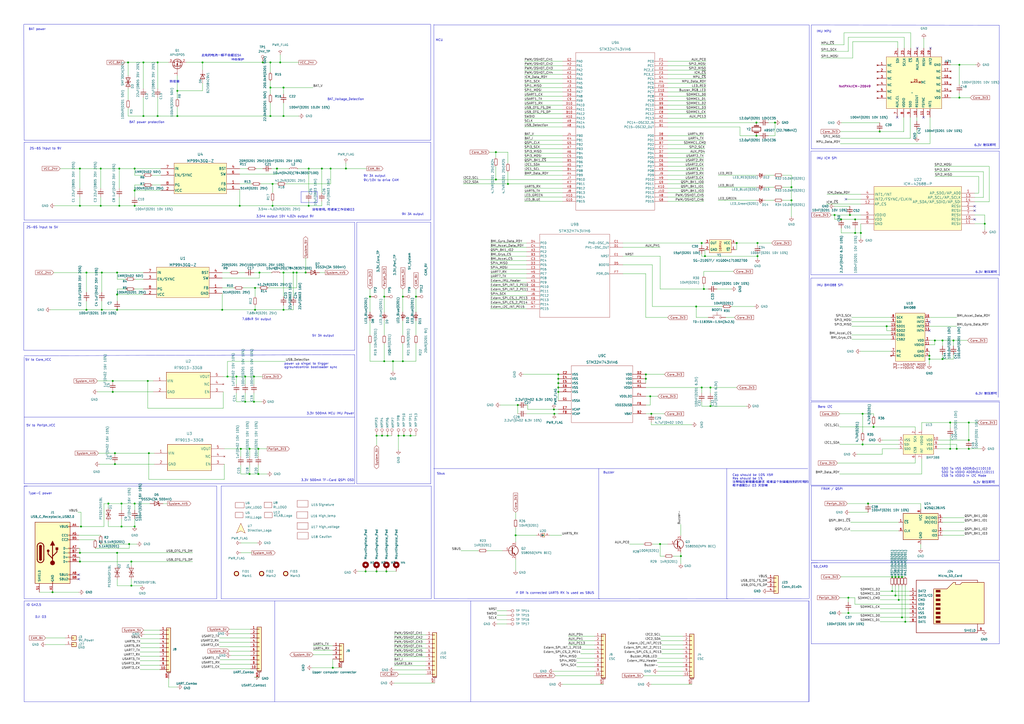
<source format=kicad_sch>
(kicad_sch (version 20230121) (generator eeschema)
  (paper "A2")
  (title_block (title "NxtPX4") (date "2023-03-03") (rev "V1.0。1") (company "HKUST Khalil"))
  (junction (at 514.35 189.23))
  (junction (at 500.38 257.81))
  (junction (at 102.87 52.705))
  (junction (at 635.762 112.903))
  (junction (at 459.105 116.205))
  (junction (at 449.58 71.12))
  (junction (at 241.3 172.085))
  (junction (at 83.185 36.195))
  (junction (at 487.934 127.254))
  (junction (at 147.32 218.44))
  (junction (at 636.016 73.025))
  (junction (at 407.035 140.97))
  (junction (at 234.315 252.73))
  (junction (at 510.286 76.3016))
  (junction (at 503.555 292.1))
  (junction (at 635.762 109.093))
  (junction (at 546.735 197.485))
  (junction (at 496.062 135.128))
  (junction (at 78.105 97.79))
  (junction (at 214.63 172.085))
  (junction (at 321.31 237.49))
  (junction (at 102.87 67.31))
  (junction (at 224.155 331.47))
  (junction (at 221.615 252.73))
  (junction (at 438.785 78.74))
  (junction (at 377.825 240.03))
  (junction (at 287.655 88.265))
  (junction (at 517.525 342.9))
  (junction (at 521.335 334.645))
  (junction (at 162.56 36.195))
  (junction (at 150.495 158.115))
  (junction (at 46.99 305.435))
  (junction (at 170.18 158.115))
  (junction (at 523.24 334.645))
  (junction (at 158.115 119.38))
  (junction (at 147.955 179.705))
  (junction (at 519.43 334.645))
  (junction (at 554.99 260.35))
  (junction (at 160.655 97.79))
  (junction (at 186.69 97.79))
  (junction (at 459.105 108.585))
  (junction (at 227.965 209.55))
  (junction (at 556.514 37.592))
  (junction (at 323.85 222.25))
  (junction (at 91.44 36.195))
  (junction (at 682.371 53.975))
  (junction (at 408.305 167.64))
  (junction (at 74.295 36.195))
  (junction (at 218.44 252.73))
  (junction (at 147.32 233.045))
  (junction (at 164.465 67.31))
  (junction (at 172.085 158.115))
  (junction (at 59.055 179.705))
  (junction (at 137.16 218.44))
  (junction (at 638.302 97.663))
  (junction (at 144.78 274.955))
  (junction (at 78.105 305.435))
  (junction (at 65.405 227.33))
  (junction (at 407.035 224.79))
  (junction (at 164.465 158.115))
  (junction (at 83.185 67.31))
  (junction (at 70.485 305.435))
  (junction (at 321.564 240.03))
  (junction (at 85.725 220.98))
  (junction (at 238.125 252.73))
  (junction (at 50.165 179.705))
  (junction (at 499.364 135.128))
  (junction (at 408.94 148.59))
  (junction (at 164.465 179.705))
  (junction (at 67.945 170.815))
  (junction (at 500.38 240.03))
  (junction (at 403.86 177.8))
  (junction (at 492.125 355.6))
  (junction (at 299.085 310.515))
  (junction (at 139.065 119.38))
  (junction (at 177.292 158.115))
  (junction (at 539.115 206.375))
  (junction (at 131.953 218.44))
  (junction (at 224.79 252.73))
  (junction (at 638.302 112.903))
  (junction (at 117.475 36.195))
  (junction (at 66.675 262.89))
  (junction (at 78.105 292.1))
  (junction (at 46.355 325.755))
  (junction (at 69.215 97.79))
  (junction (at 682.371 34.925))
  (junction (at 323.85 224.79))
  (junction (at 571.246 129.794))
  (junction (at 149.86 260.35))
  (junction (at 561.975 245.11))
  (junction (at 58.42 97.79))
  (junction (at 46.355 119.38))
  (junction (at 179.07 119.38))
  (junction (at 233.68 209.55))
  (junction (at 86.36 262.89))
  (junction (at 233.68 172.085))
  (junction (at 70.485 292.1))
  (junction (at 412.115 235.585))
  (junction (at 492.125 346.71))
  (junction (at 30.48 343.535))
  (junction (at 222.885 172.085))
  (junction (at 76.2 325.755))
  (junction (at 496.062 127.254))
  (junction (at 556.514 56.642))
  (junction (at 519.43 345.44))
  (junction (at 193.04 387.35))
  (junction (at 525.145 360.68))
  (junction (at 521.335 347.98))
  (junction (at 149.86 274.955))
  (junction (at 46.355 97.79))
  (junction (at 561.975 260.35))
  (junction (at 374.65 217.17))
  (junction (at 78.105 110.49))
  (junction (at 539.115 208.28))
  (junction (at 231.14 252.73))
  (junction (at 50.165 158.115))
  (junction (at 67.945 179.705))
  (junction (at 142.24 218.44))
  (junction (at 74.93 315.595))
  (junction (at 484.124 124.714))
  (junction (at 179.07 97.79))
  (junction (at 294.64 106.68))
  (junction (at 212.09 331.47))
  (junction (at 323.85 217.17))
  (junction (at 67.945 158.115))
  (junction (at 200.66 97.79))
  (junction (at 394.97 322.58))
  (junction (at 218.44 331.47))
  (junction (at 46.355 320.675))
  (junction (at 164.465 50.8))
  (junction (at 142.24 233.045))
  (junction (at 323.85 219.71))
  (junction (at 66.675 269.24))
  (junction (at 158.115 106.68))
  (junction (at 506.73 247.65))
  (junction (at 139.7 260.35))
  (junction (at 128.905 179.705))
  (junction (at 553.085 197.485))
  (junction (at 551.18 260.35))
  (junction (at 561.975 255.27))
  (junction (at 156.845 67.31))
  (junction (at 323.85 227.33))
  (junction (at 147.955 167.005))
  (junction (at 91.44 67.31))
  (junction (at 76.2 339.725))
  (junction (at 156.845 50.8))
  (junction (at 517.525 334.645))
  (junction (at 222.885 209.55))
  (junction (at 377.19 229.87))
  (junction (at 382.905 315.595))
  (junction (at 542.29 197.485))
  (junction (at 144.78 260.35))
  (junction (at 427.355 140.97))
  (junction (at 439.42 148.59))
  (junction (at 156.845 36.195))
  (junction (at 439.42 140.97))
  (junction (at 546.735 208.28))
  (junction (at 300.355 234.95))
  (junction (at 152.4 36.195))
  (junction (at 67.945 320.675))
  (junction (at 629.412 109.093))
  (junction (at 374.65 219.71))
  (junction (at 287.655 104.14))
  (junction (at 523.24 358.14))
  (junction (at 58.42 119.38))
  (junction (at 65.405 220.98))
  (junction (at 62.865 292.1))
  (junction (at 551.18 245.11))
  (junction (at 69.215 119.38))
  (junction (at 59.055 158.115))
  (junction (at 412.115 224.79))
  (junction (at 493.014 124.714))
  (junction (at 191.77 97.79))
  (junction (at 78.105 119.38))
  (junction (at 438.785 71.12))
  (no_connect (at 661.416 64.77))
  (no_connect (at 665.861 23.495))
  (no_connect (at 565.404 127.254))
  (no_connect (at 565.404 119.634))
  (no_connect (at 490.728 115.57))
  (no_connect (at 539.115 186.69))
  (no_connect (at 539.115 191.77))
  (no_connect (at 658.241 23.495))
  (no_connect (at 520.446 68.072))
  (no_connect (at 532.13 27.94))
  (no_connect (at 539.75 27.94))
  (no_connect (at 45.72 335.915))
  (no_connect (at 45.72 333.375))
  (no_connect (at 565.404 122.174))
  (no_connect (at 646.176 64.77))
  (no_connect (at 535.686 68.072))
  (wire (pts (xy 542.036 99.568) (xy 570.484 99.568)))
  (wire (pts (xy 65.405 227.33) (xy 88.9 227.33)))
  (wire (pts (xy 162.56 31.75) (xy 162.56 36.195)))
  (wire (pts (xy 542.29 197.485) (xy 546.735 197.485)))
  (wire (pts (xy 238.125 252.73) (xy 241.3 252.73)))
  (wire (pts (xy 521.335 307.975) (xy 493.395 307.975)))
  (wire (pts (xy 139.065 109.855) (xy 139.065 119.38)))
  (wire (pts (xy 228.6 375.92) (xy 247.015 375.92)))
  (wire (pts (xy 128.905 170.18) (xy 128.905 179.705)))
  (wire (pts (xy 412.115 235.585) (xy 407.035 235.585)))
  (wire (pts (xy 160.655 100.965) (xy 139.065 100.965)))
  (wire (pts (xy 70.485 292.1) (xy 78.105 292.1)))
  (polyline (pts (xy 470.408 232.41) (xy 579.882 232.41)))
  (wire (pts (xy 374.65 219.71) (xy 374.65 222.25)))
  (polyline (pts (xy 470.408 87.63) (xy 579.628 87.63)))
  (polyline (pts (xy 578.993 230.505) (xy 579.12 161.29)))
  (wire (pts (xy 164.465 50.8) (xy 164.465 54.61)))
  (polyline (pts (xy 128.27 281.94) (xy 128.27 347.345)))
  (wire (pts (xy 383.794 379.222) (xy 396.24 379.222)))
  (wire (pts (xy 615.696 21.59) (xy 602.361 21.59)))
  (wire (pts (xy 506.73 247.65) (xy 530.86 247.65)))
  (wire (pts (xy 334.518 384.302) (xy 344.932 384.302)))
  (wire (pts (xy 224.79 252.73) (xy 227.33 252.73)))
  (wire (pts (xy 524.51 21.59) (xy 524.51 27.94)))
  (wire (pts (xy 287.655 96.52) (xy 287.655 104.14)))
  (wire (pts (xy 496.062 135.128) (xy 499.364 135.128)))
  (wire (pts (xy 160.655 97.79) (xy 167.64 97.79)))
  (polyline (pts (xy 205.74 203.2) (xy 13.843 203.2)))
  (wire (pts (xy 207.645 331.47) (xy 212.09 331.47)))
  (wire (pts (xy 45.72 318.135) (xy 46.355 318.135)))
  (polyline (pts (xy 470.535 326.39) (xy 474.345 326.39)))
  (wire (pts (xy 127.508 385.318) (xy 145.288 385.318)))
  (wire (pts (xy 553.085 205.74) (xy 553.085 208.28)))
  (wire (pts (xy 554.99 260.35) (xy 551.18 260.35)))
  (wire (pts (xy 299.085 306.07) (xy 299.085 310.515)))
  (wire (pts (xy 412.115 224.79) (xy 427.355 224.79)))
  (wire (pts (xy 326.39 88.9) (xy 304.165 88.9)))
  (wire (pts (xy 300.355 234.95) (xy 300.355 240.03)))
  (polyline (pts (xy 469.265 348.615) (xy 469.265 407.035)))
  (wire (pts (xy 499.364 112.776) (xy 479.679 112.776)))
  (wire (pts (xy 193.04 377.19) (xy 181.61 377.19)))
  (wire (pts (xy 519.43 339.725) (xy 519.43 345.44)))
  (wire (pts (xy 149.86 264.795) (xy 149.86 260.35)))
  (wire (pts (xy 326.39 66.04) (xy 304.165 66.04)))
  (wire (pts (xy 164.465 158.115) (xy 170.18 158.115)))
  (wire (pts (xy 506.73 246.38) (xy 506.73 247.65)))
  (wire (pts (xy 546.735 302.895) (xy 559.435 302.895)))
  (polyline (pts (xy 421.64 347.345) (xy 422.275 347.345)))
  (wire (pts (xy 67.945 320.675) (xy 111.76 320.675)))
  (wire (pts (xy 218.44 258.445) (xy 218.44 252.73)))
  (wire (pts (xy 139.7 264.795) (xy 139.7 260.35)))
  (wire (pts (xy 234.315 252.73) (xy 238.125 252.73)))
  (wire (pts (xy 482.092 124.714) (xy 484.124 124.714)))
  (polyline (pts (xy 159.385 348.615) (xy 159.385 407.035)))
  (wire (pts (xy 657.606 71.755) (xy 657.606 76.2)))
  (wire (pts (xy 212.09 331.47) (xy 218.44 331.47)))
  (polyline (pts (xy 600.202 88.011) (xy 680.974 88.011)))
  (wire (pts (xy 50.165 169.545) (xy 50.165 158.115)))
  (wire (pts (xy 151.13 106.68) (xy 158.115 106.68)))
  (wire (pts (xy 152.4 36.195) (xy 156.845 36.195)))
  (wire (pts (xy 158.115 119.38) (xy 179.07 119.38)))
  (wire (pts (xy 662.051 23.495) (xy 662.051 17.78)))
  (wire (pts (xy 487.045 257.81) (xy 500.38 257.81)))
  (wire (pts (xy 222.885 199.39) (xy 222.885 209.55)))
  (wire (pts (xy 83.312 365.506) (xy 92.71 365.506)))
  (wire (pts (xy 172.72 97.79) (xy 179.07 97.79)))
  (wire (pts (xy 81.28 383.286) (xy 92.71 383.286)))
  (wire (pts (xy 510.54 345.44) (xy 519.43 345.44)))
  (wire (pts (xy 492.125 355.6) (xy 527.685 355.6)))
  (wire (pts (xy 318.6176 310.515) (xy 325.882 310.515)))
  (wire (pts (xy 629.412 112.903) (xy 630.682 112.903)))
  (wire (pts (xy 321.056 389.382) (xy 344.932 389.382)))
  (wire (pts (xy 517.525 342.9) (xy 527.685 342.9)))
  (wire (pts (xy 102.87 43.815) (xy 102.87 52.705)))
  (wire (pts (xy 221.615 252.73) (xy 224.79 252.73)))
  (wire (pts (xy 139.7 260.35) (xy 144.78 260.35)))
  (wire (pts (xy 445.77 71.12) (xy 449.58 71.12)))
  (wire (pts (xy 81.534 373.126) (xy 92.71 373.126)))
  (wire (pts (xy 408.305 104.14) (xy 387.35 104.14)))
  (wire (pts (xy 438.785 71.12) (xy 440.69 71.12)))
  (polyline (pts (xy 470.408 233.172) (xy 579.755 233.172)))
  (wire (pts (xy 534.67 245.11) (xy 551.18 245.11)))
  (polyline (pts (xy 470.662 14.478) (xy 579.628 14.605)))
  (wire (pts (xy 31.115 158.115) (xy 50.165 158.115)))
  (wire (pts (xy 191.77 97.79) (xy 200.66 97.79)))
  (wire (pts (xy 158.115 119.38) (xy 139.065 119.38)))
  (wire (pts (xy 534.035 315.595) (xy 534.035 318.135)))
  (wire (pts (xy 439.42 147.32) (xy 439.42 148.59)))
  (wire (pts (xy 682.371 53.975) (xy 688.721 53.975)))
  (wire (pts (xy 86.36 262.89) (xy 89.535 262.89)))
  (wire (pts (xy 67.945 161.925) (xy 67.945 158.115)))
  (wire (pts (xy 45.72 313.055) (xy 55.245 313.055)))
  (wire (pts (xy 553.085 197.485) (xy 561.34 197.485)))
  (wire (pts (xy 635.762 112.903) (xy 635.762 115.443)))
  (wire (pts (xy 665.226 64.77) (xy 665.226 80.01)))
  (wire (pts (xy 170.18 179.705) (xy 170.18 177.165)))
  (wire (pts (xy 147.32 233.045) (xy 151.765 233.045)))
  (wire (pts (xy 329.692 371.602) (xy 344.932 371.602)))
  (wire (pts (xy 638.302 112.903) (xy 638.302 115.443)))
  (wire (pts (xy 287.655 88.265) (xy 283.845 88.265)))
  (polyline (pts (xy 705.739 81.915) (xy 705.739 10.16)))
  (wire (pts (xy 150.368 392.938) (xy 147.574 392.938)))
  (wire (pts (xy 164.465 179.705) (xy 170.18 179.705)))
  (wire (pts (xy 62.865 302.26) (xy 62.865 305.435)))
  (wire (pts (xy 193.04 374.65) (xy 181.61 374.65)))
  (polyline (pts (xy 125.73 281.94) (xy 125.73 347.345)))
  (polyline (pts (xy 250.19 347.345) (xy 128.27 347.345)))
  (wire (pts (xy 326.39 99.06) (xy 304.165 99.06)))
  (wire (pts (xy 374.65 240.03) (xy 377.825 240.03)))
  (wire (pts (xy 186.69 119.38) (xy 186.69 116.84)))
  (wire (pts (xy 81.534 375.666) (xy 92.71 375.666)))
  (polyline (pts (xy 470.662 86.36) (xy 579.628 86.36)))
  (wire (pts (xy 443.865 108.585) (xy 448.945 108.585)))
  (wire (pts (xy 228.6 373.38) (xy 247.015 373.38)))
  (wire (pts (xy 682.371 51.435) (xy 682.371 53.975)))
  (wire (pts (xy 299.085 310.515) (xy 311.15 310.515)))
  (wire (pts (xy 443.865 101.6) (xy 448.945 101.6)))
  (wire (pts (xy 539.496 68.072) (xy 539.496 83.312)))
  (wire (pts (xy 304.165 114.3) (xy 326.39 114.3)))
  (wire (pts (xy 288.29 356.87) (xy 294.005 356.87)))
  (wire (pts (xy 142.24 218.44) (xy 147.32 218.44)))
  (wire (pts (xy 326.39 91.44) (xy 304.165 91.44)))
  (wire (pts (xy 326.39 55.88) (xy 304.165 55.88)))
  (wire (pts (xy 170.18 158.115) (xy 170.18 172.085)))
  (polyline (pts (xy 249.936 82.55) (xy 249.936 127.635)))
  (wire (pts (xy 544.195 257.81) (xy 554.99 257.81)))
  (wire (pts (xy 164.465 67.31) (xy 173.355 67.31)))
  (wire (pts (xy 85.725 220.98) (xy 88.9 220.98)))
  (wire (pts (xy 117.475 36.195) (xy 152.4 36.195)))
  (wire (pts (xy 618.236 25.4) (xy 618.236 17.145)))
  (wire (pts (xy 383.794 376.682) (xy 396.24 376.682)))
  (polyline (pts (xy 469.265 407.035) (xy 13.97 407.035)))
  (wire (pts (xy 408.305 111.76) (xy 387.35 111.76)))
  (wire (pts (xy 81.28 388.366) (xy 92.71 388.366)))
  (polyline (pts (xy 249.936 127.635) (xy 13.97 127.635)))
  (wire (pts (xy 144.78 260.35) (xy 149.86 260.35)))
  (wire (pts (xy 496.062 135.128) (xy 496.062 132.334)))
  (wire (pts (xy 408.305 93.98) (xy 387.35 93.98)))
  (wire (pts (xy 326.39 81.28) (xy 304.165 81.28)))
  (wire (pts (xy 415.925 167.64) (xy 424.18 167.64)))
  (wire (pts (xy 241.3 167.64) (xy 241.3 172.085)))
  (wire (pts (xy 489.585 19.0754) (xy 489.585 26.035)))
  (wire (pts (xy 83.185 107.315) (xy 78.105 107.315)))
  (wire (pts (xy 439.42 142.24) (xy 439.42 140.97)))
  (wire (pts (xy 597.662 125.603) (xy 623.062 125.603)))
  (wire (pts (xy 149.86 274.955) (xy 154.94 274.955)))
  (wire (pts (xy 387.35 38.1) (xy 409.575 38.1)))
  (wire (pts (xy 640.842 97.663) (xy 638.302 97.663)))
  (polyline (pts (xy 14.605 82.55) (xy 249.936 82.55)))
  (wire (pts (xy 321.564 240.03) (xy 323.85 240.03)))
  (wire (pts (xy 539.115 197.485) (xy 542.29 197.485)))
  (wire (pts (xy 62.865 305.435) (xy 70.485 305.435)))
  (wire (pts (xy 67.945 170.815) (xy 67.945 174.625)))
  (wire (pts (xy 383.286 371.602) (xy 396.24 371.602)))
  (wire (pts (xy 290.195 234.95) (xy 300.355 234.95)))
  (wire (pts (xy 408.305 114.3) (xy 387.35 114.3)))
  (wire (pts (xy 381.508 389.382) (xy 396.24 389.382)))
  (wire (pts (xy 528.066 68.072) (xy 528.066 80.264)))
  (wire (pts (xy 416.56 108.585) (xy 438.785 108.585)))
  (polyline (pts (xy 184.15 117.475) (xy 174.625 117.475)))
  (wire (pts (xy 46.355 114.3) (xy 46.355 119.38)))
  (wire (pts (xy 492.125 354.33) (xy 492.125 355.6)))
  (wire (pts (xy 78.105 107.315) (xy 78.105 110.49)))
  (wire (pts (xy 546.735 197.485) (xy 546.735 200.66)))
  (wire (pts (xy 374.65 224.79) (xy 407.035 224.79)))
  (wire (pts (xy 58.42 114.3) (xy 58.42 119.38)))
  (wire (pts (xy 323.85 219.71) (xy 323.85 222.25)))
  (wire (pts (xy 489.585 26.035) (xy 476.25 26.035)))
  (wire (pts (xy 597.662 128.143) (xy 623.062 128.143)))
  (wire (pts (xy 321.31 237.49) (xy 323.85 237.49)))
  (wire (pts (xy 618.236 17.145) (xy 650.621 17.145)))
  (wire (pts (xy 284.48 173.99) (xy 305.435 173.99)))
  (wire (pts (xy 556.514 54.102) (xy 556.514 56.642)))
  (wire (pts (xy 284.48 179.07) (xy 305.435 179.07)))
  (wire (pts (xy 443.865 116.205) (xy 448.945 116.205)))
  (wire (pts (xy 129.54 218.44) (xy 131.953 218.44)))
  (wire (pts (xy 361.315 153.67) (xy 378.46 153.67)))
  (wire (pts (xy 602.361 29.21) (xy 620.776 29.21)))
  (wire (pts (xy 326.39 109.22) (xy 304.165 109.22)))
  (wire (pts (xy 214.63 186.055) (xy 214.63 194.31)))
  (wire (pts (xy 542.036 96.52) (xy 573.786 96.52)))
  (wire (pts (xy 374.65 217.17) (xy 385.445 217.17)))
  (wire (pts (xy 69.215 119.38) (xy 78.105 119.38)))
  (wire (pts (xy 570.484 114.554) (xy 570.484 99.568)))
  (wire (pts (xy 565.404 112.014) (xy 567.69 112.014)))
  (wire (pts (xy 241.3 199.39) (xy 241.3 209.55)))
  (wire (pts (xy 361.315 143.51) (xy 382.905 143.51)))
  (wire (pts (xy 288.29 359.41) (xy 294.005 359.41)))
  (wire (pts (xy 58.42 97.79) (xy 69.215 97.79)))
  (wire (pts (xy 142.24 222.885) (xy 142.24 218.44)))
  (wire (pts (xy 74.93 315.595) (xy 79.375 315.595)))
  (wire (pts (xy 551.18 248.285) (xy 551.18 245.11)))
  (wire (pts (xy 525.145 360.68) (xy 527.685 360.68)))
  (wire (pts (xy 494.665 24.13) (xy 494.665 33.655)))
  (wire (pts (xy 131.953 209.677) (xy 131.953 218.44)))
  (wire (pts (xy 635.762 140.843) (xy 635.762 146.558)))
  (wire (pts (xy 224.155 331.47) (xy 229.87 331.47)))
  (wire (pts (xy 565.404 124.714) (xy 571.246 124.714)))
  (wire (pts (xy 387.35 48.26) (xy 409.575 48.26)))
  (wire (pts (xy 78.105 161.925) (xy 83.185 161.925)))
  (wire (pts (xy 510.54 360.68) (xy 525.145 360.68)))
  (wire (pts (xy 521.335 347.98) (xy 527.685 347.98)))
  (wire (pts (xy 73.025 161.925) (xy 67.945 161.925)))
  (wire (pts (xy 284.48 146.05) (xy 305.435 146.05)))
  (polyline (pts (xy 470.408 162.052) (xy 470.408 230.632)))
  (wire (pts (xy 139.065 106.68) (xy 146.05 106.68)))
  (wire (pts (xy 137.16 218.44) (xy 142.24 218.44)))
  (wire (pts (xy 326.39 53.34) (xy 304.165 53.34)))
  (wire (pts (xy 132.969 377.698) (xy 145.288 377.698)))
  (wire (pts (xy 484.124 124.714) (xy 493.014 124.714)))
  (polyline (pts (xy 184.15 111.125) (xy 184.15 117.475)))
  (wire (pts (xy 78.105 167.64) (xy 83.185 167.64)))
  (wire (pts (xy 387.35 96.52) (xy 408.305 96.52)))
  (wire (pts (xy 70.485 292.1) (xy 70.485 295.91)))
  (wire (pts (xy 284.48 148.59) (xy 305.435 148.59)))
  (wire (pts (xy 421.005 184.15) (xy 426.085 184.15)))
  (wire (pts (xy 654.431 14.605) (xy 615.696 14.605)))
  (wire (pts (xy 58.42 119.38) (xy 69.215 119.38)))
  (wire (pts (xy 149.86 260.35) (xy 154.94 260.35)))
  (wire (pts (xy 45.72 323.215) (xy 46.355 323.215)))
  (wire (pts (xy 523.24 358.14) (xy 527.685 358.14)))
  (polyline (pts (xy 251.46 271.78) (xy 468.63 271.78)))
  (wire (pts (xy 66.675 262.89) (xy 66.675 263.525)))
  (wire (pts (xy 519.43 334.645) (xy 521.335 334.645)))
  (wire (pts (xy 29.21 179.705) (xy 50.165 179.705)))
  (wire (pts (xy 654.431 14.605) (xy 654.431 23.495)))
  (wire (pts (xy 30.48 343.535) (xy 45.72 343.535)))
  (wire (pts (xy 170.18 158.115) (xy 172.085 158.115)))
  (wire (pts (xy 534.67 266.065) (xy 534.67 274.955)))
  (polyline (pts (xy 125.73 347.345) (xy 13.97 347.345)))
  (wire (pts (xy 305.435 240.03) (xy 321.564 240.03)))
  (wire (pts (xy 128.905 167.005) (xy 135.89 167.005)))
  (wire (pts (xy 682.371 34.925) (xy 691.896 34.925)))
  (wire (pts (xy 531.876 75.2856) (xy 531.876 79.4766)))
  (wire (pts (xy 222.885 172.085) (xy 223.52 172.085)))
  (wire (pts (xy 630.682 109.093) (xy 629.412 109.093)))
  (wire (pts (xy 65.405 226.695) (xy 65.405 227.33)))
  (wire (pts (xy 162.56 158.115) (xy 164.465 158.115)))
  (wire (pts (xy 542.29 200.025) (xy 542.29 197.485)))
  (polyline (pts (xy 470.408 230.632) (xy 470.408 232.41)))
  (wire (pts (xy 602.361 25.4) (xy 618.236 25.4)))
  (wire (pts (xy 102.87 52.705) (xy 102.87 57.15)))
  (wire (pts (xy 179.07 119.38) (xy 186.69 119.38)))
  (wire (pts (xy 76.2 325.755) (xy 111.76 325.755)))
  (wire (pts (xy 677.291 53.975) (xy 682.371 53.975)))
  (wire (pts (xy 539.115 203.835) (xy 539.115 206.375)))
  (wire (pts (xy 228.6 381) (xy 247.015 381)))
  (polyline (pts (xy 596.519 10.16) (xy 596.646 81.915)))
  (wire (pts (xy 177.292 158.115) (xy 177.292 158.242)))
  (wire (pts (xy 500.38 240.03) (xy 506.73 240.03)))
  (wire (pts (xy 137.16 233.045) (xy 142.24 233.045)))
  (wire (pts (xy 70.485 300.99) (xy 70.485 305.435)))
  (wire (pts (xy 381.254 384.302) (xy 396.24 384.302)))
  (wire (pts (xy 156.845 67.31) (xy 164.465 67.31)))
  (wire (pts (xy 326.39 68.58) (xy 304.165 68.58)))
  (wire (pts (xy 85.725 220.98) (xy 85.725 236.855)))
  (wire (pts (xy 107.95 36.195) (xy 117.475 36.195)))
  (polyline (pts (xy 470.535 326.39) (xy 579.755 326.39)))
  (wire (pts (xy 131.953 209.677) (xy 165.735 209.677)))
  (wire (pts (xy 186.69 97.79) (xy 186.69 111.76)))
  (wire (pts (xy 85.725 236.855) (xy 129.54 236.855)))
  (wire (pts (xy 487.426 80.264) (xy 528.066 80.264)))
  (wire (pts (xy 382.905 148.59) (xy 361.315 148.59)))
  (wire (pts (xy 636.016 73.025) (xy 649.986 73.025)))
  (wire (pts (xy 218.44 331.47) (xy 224.155 331.47)))
  (polyline (pts (xy 13.97 241.935) (xy 205.74 241.935)))
  (wire (pts (xy 67.945 335.915) (xy 67.945 339.725)))
  (wire (pts (xy 191.77 97.79) (xy 191.77 106.68)))
  (polyline (pts (xy 596.519 10.16) (xy 705.739 10.16)))
  (wire (pts (xy 150.495 161.29) (xy 128.905 161.29)))
  (wire (pts (xy 148.59 97.79) (xy 152.4 97.79)))
  (wire (pts (xy 410.845 184.15) (xy 403.86 184.15)))
  (wire (pts (xy 381.762 386.842) (xy 396.24 386.842)))
  (wire (pts (xy 387.35 66.04) (xy 409.575 66.04)))
  (polyline (pts (xy 469.392 347.218) (xy 469.392 14.478)))
  (wire (pts (xy 546.735 310.515) (xy 559.435 310.515)))
  (polyline (pts (xy 205.74 280.67) (xy 13.97 280.67)))
  (wire (pts (xy 377.698 397.002) (xy 401.32 397.002)))
  (polyline (pts (xy 579.755 281.432) (xy 470.408 281.432)))
  (wire (pts (xy 179.07 116.84) (xy 179.07 119.38)))
  (wire (pts (xy 231.14 252.73) (xy 234.315 252.73)))
  (wire (pts (xy 74.295 36.195) (xy 74.295 43.815)))
  (wire (pts (xy 454.025 101.6) (xy 459.105 101.6)))
  (wire (pts (xy 361.315 158.75) (xy 374.65 158.75)))
  (wire (pts (xy 383.794 374.142) (xy 396.24 374.142)))
  (wire (pts (xy 65.405 220.98) (xy 85.725 220.98)))
  (wire (pts (xy 149.86 274.955) (xy 149.86 269.875)))
  (wire (pts (xy 510.54 342.9) (xy 517.525 342.9)))
  (wire (pts (xy 387.35 60.96) (xy 409.575 60.96)))
  (wire (pts (xy 233.68 199.39) (xy 233.68 209.55)))
  (wire (pts (xy 410.845 167.64) (xy 408.305 167.64)))
  (wire (pts (xy 510.54 358.14) (xy 523.24 358.14)))
  (wire (pts (xy 408.305 99.06) (xy 387.35 99.06)))
  (wire (pts (xy 233.68 209.55) (xy 241.3 209.55)))
  (wire (pts (xy 179.07 97.79) (xy 186.69 97.79)))
  (wire (pts (xy 517.525 334.645) (xy 487.68 334.645)))
  (wire (pts (xy 86.36 278.13) (xy 130.175 278.13)))
  (wire (pts (xy 284.48 161.29) (xy 305.435 161.29)))
  (wire (pts (xy 492.125 21.59) (xy 524.51 21.59)))
  (wire (pts (xy 571.246 129.794) (xy 571.246 133.35)))
  (wire (pts (xy 500.38 240.03) (xy 500.38 250.825)))
  (polyline (pts (xy 347.345 271.78) (xy 347.345 347.345)))
  (wire (pts (xy 294.64 106.68) (xy 268.605 106.68)))
  (wire (pts (xy 373.38 391.922) (xy 396.24 391.922)))
  (wire (pts (xy 46.355 320.675) (xy 67.945 320.675)))
  (wire (pts (xy 294.64 106.68) (xy 326.39 106.68)))
  (wire (pts (xy 511.81 255.27) (xy 521.335 255.27)))
  (polyline (pts (xy 469.265 348.615) (xy 469.265 407.035)))
  (wire (pts (xy 186.69 97.79) (xy 191.77 97.79)))
  (wire (pts (xy 476.25 33.655) (xy 494.665 33.655)))
  (wire (pts (xy 412.115 235.585) (xy 433.07 235.585)))
  (wire (pts (xy 521.335 334.645) (xy 523.24 334.645)))
  (wire (pts (xy 228.6 388.62) (xy 247.015 388.62)))
  (wire (pts (xy 147.955 179.705) (xy 164.465 179.705)))
  (polyline (pts (xy 421.64 271.78) (xy 421.64 347.345)))
  (wire (pts (xy 635.762 97.663) (xy 635.762 109.093)))
  (wire (pts (xy 127.635 382.778) (xy 145.288 382.778)))
  (polyline (pts (xy 207.01 280.67) (xy 207.01 128.905)))
  (wire (pts (xy 524.256 68.072) (xy 524.256 76.327)))
  (wire (pts (xy 565.404 114.554) (xy 570.484 114.554)))
  (wire (pts (xy 546.735 208.28) (xy 553.085 208.28)))
  (wire (pts (xy 233.68 180.975) (xy 233.68 172.085)))
  (wire (pts (xy 94.615 292.1) (xy 97.155 292.1)))
  (wire (pts (xy 377.825 245.11) (xy 377.825 246.38)))
  (wire (pts (xy 164.465 177.165) (xy 164.465 179.705)))
  (wire (pts (xy 150.495 158.115) (xy 157.48 158.115)))
  (wire (pts (xy 57.15 262.89) (xy 66.675 262.89)))
  (wire (pts (xy 539.115 208.28) (xy 546.735 208.28)))
  (polyline (pts (xy 470.408 162.052) (xy 470.408 161.29)))
  (wire (pts (xy 287.655 88.265) (xy 287.655 91.44)))
  (wire (pts (xy 524.2306 76.327) (xy 524.2306 76.3016)))
  (wire (pts (xy 377.825 240.03) (xy 385.445 240.03)))
  (wire (pts (xy 381.254 381.762) (xy 396.24 381.762)))
  (wire (pts (xy 93.345 97.79) (xy 78.105 97.79)))
  (wire (pts (xy 74.93 315.595) (xy 74.93 318.135)))
  (wire (pts (xy 553.085 197.485) (xy 553.085 200.66)))
  (wire (pts (xy 31.75 119.38) (xy 46.355 119.38)))
  (wire (pts (xy 147.955 179.705) (xy 128.905 179.705)))
  (wire (pts (xy 128.905 158.115) (xy 133.35 158.115)))
  (wire (pts (xy 492.76 297.18) (xy 503.555 297.18)))
  (wire (pts (xy 377.19 234.95) (xy 374.65 234.95)))
  (wire (pts (xy 88.265 107.315) (xy 93.345 107.315)))
  (wire (pts (xy 638.302 97.663) (xy 635.762 97.663)))
  (wire (pts (xy 69.215 97.79) (xy 78.105 97.79)))
  (wire (pts (xy 597.662 133.223) (xy 623.062 133.223)))
  (wire (pts (xy 228.6 378.46) (xy 247.015 378.46)))
  (wire (pts (xy 284.48 156.21) (xy 305.435 156.21)))
  (wire (pts (xy 495.935 346.71) (xy 495.935 350.52)))
  (wire (pts (xy 326.39 78.74) (xy 304.165 78.74)))
  (wire (pts (xy 164.465 158.115) (xy 164.465 172.085)))
  (wire (pts (xy 494.03 186.69) (xy 516.89 186.69)))
  (wire (pts (xy 496.062 127.254) (xy 499.364 127.254)))
  (wire (pts (xy 551.434 37.592) (xy 556.514 37.592)))
  (wire (pts (xy 514.35 191.77) (xy 516.89 191.77)))
  (wire (pts (xy 556.514 37.5666) (xy 566.039 37.5666)))
  (wire (pts (xy 227.965 209.55) (xy 233.68 209.55)))
  (wire (pts (xy 429.26 78.74) (xy 429.26 73.66)))
  (polyline (pts (xy 13.97 207.01) (xy 13.97 280.67)))
  (wire (pts (xy 59.055 179.705) (xy 67.945 179.705)))
  (wire (pts (xy 284.48 151.13) (xy 305.435 151.13)))
  (wire (pts (xy 519.43 345.44) (xy 527.685 345.44)))
  (wire (pts (xy 511.81 260.35) (xy 521.335 260.35)))
  (wire (pts (xy 487.045 247.65) (xy 506.73 247.65)))
  (wire (pts (xy 499.364 115.57) (xy 490.728 115.57)))
  (polyline (pts (xy 471.17 161.29) (xy 579.12 161.29)))
  (wire (pts (xy 164.465 50.8) (xy 181.61 50.8)))
  (wire (pts (xy 81.28 380.746) (xy 92.71 380.746)))
  (wire (pts (xy 241.3 186.055) (xy 241.3 194.31)))
  (wire (pts (xy 459.105 108.585) (xy 459.105 116.205)))
  (wire (pts (xy 382.905 167.64) (xy 408.305 167.64)))
  (wire (pts (xy 454.025 116.205) (xy 459.105 116.205)))
  (wire (pts (xy 427.355 140.97) (xy 426.72 140.97)))
  (wire (pts (xy 387.35 73.66) (xy 429.26 73.66)))
  (wire (pts (xy 147.955 167.005) (xy 147.955 172.085)))
  (polyline (pts (xy 470.662 14.478) (xy 470.662 86.36)))
  (wire (pts (xy 638.302 97.663) (xy 638.302 112.903)))
  (wire (pts (xy 60.325 292.1) (xy 62.865 292.1)))
  (polyline (pts (xy 579.755 233.045) (xy 579.755 281.305)))
  (wire (pts (xy 425.45 157.48) (xy 408.305 157.48)))
  (wire (pts (xy 57.785 269.24) (xy 66.675 269.24)))
  (wire (pts (xy 409.575 50.8) (xy 387.35 50.8)))
  (polyline (pts (xy 596.646 81.915) (xy 705.739 81.915)))
  (wire (pts (xy 487.045 346.71) (xy 492.125 346.71)))
  (wire (pts (xy 323.85 217.17) (xy 303.53 217.17)))
  (wire (pts (xy 408.305 106.68) (xy 387.35 106.68)))
  (wire (pts (xy 86.36 262.89) (xy 86.36 278.13)))
  (wire (pts (xy 387.35 88.9) (xy 408.94 88.9)))
  (wire (pts (xy 157.48 97.79) (xy 160.655 97.79)))
  (wire (pts (xy 26.416 370.078) (xy 37.846 370.078)))
  (wire (pts (xy 412.115 224.79) (xy 407.035 224.79)))
  (wire (pts (xy 150.495 167.005) (xy 147.955 167.005)))
  (wire (pts (xy 91.44 36.195) (xy 97.79 36.195)))
  (polyline (pts (xy 470.535 281.94) (xy 579.755 281.94)))
  (wire (pts (xy 447.675 140.97) (xy 439.42 140.97)))
  (wire (pts (xy 488.061 71.2216) (xy 510.286 71.2216)))
  (wire (pts (xy 382.905 315.595) (xy 382.905 322.58)))
  (wire (pts (xy 130.175 260.35) (xy 139.7 260.35)))
  (wire (pts (xy 139.7 314.96) (xy 149.225 314.96)))
  (wire (pts (xy 294.64 94.615) (xy 294.64 88.265)))
  (wire (pts (xy 91.44 56.515) (xy 91.44 67.31)))
  (wire (pts (xy 56.515 227.33) (xy 65.405 227.33)))
  (wire (pts (xy 83.185 56.515) (xy 83.185 67.31)))
  (polyline (pts (xy 13.97 281.94) (xy 125.73 281.94)))
  (wire (pts (xy 387.35 58.42) (xy 409.575 58.42)))
  (wire (pts (xy 459.105 116.205) (xy 459.105 125.73)))
  (wire (pts (xy 539.115 200.025) (xy 542.29 200.025)))
  (wire (pts (xy 200.66 94.615) (xy 200.66 97.79)))
  (wire (pts (xy 407.035 235.585) (xy 407.035 233.045)))
  (wire (pts (xy 551.18 245.11) (xy 561.975 245.11)))
  (wire (pts (xy 419.1 177.8) (xy 403.86 177.8)))
  (wire (pts (xy 408.94 140.97) (xy 407.035 140.97)))
  (wire (pts (xy 556.514 56.642) (xy 562.864 56.642)))
  (wire (pts (xy 162.56 36.195) (xy 173.355 36.195)))
  (polyline (pts (xy 273.05 348.615) (xy 273.05 407.035)))
  (wire (pts (xy 361.315 140.97) (xy 407.035 140.97)))
  (polyline (pts (xy 13.97 347.345) (xy 13.97 281.94)))
  (wire (pts (xy 487.934 127.254) (xy 496.062 127.254)))
  (wire (pts (xy 222.885 172.085) (xy 222.885 167.64)))
  (wire (pts (xy 542.29 102.362) (xy 567.69 102.362)))
  (wire (pts (xy 539.115 189.23) (xy 554.99 189.23)))
  (wire (pts (xy 228.6 396.24) (xy 252.095 396.24)))
  (wire (pts (xy 613.156 80.01) (xy 665.226 80.01)))
  (wire (pts (xy 408.305 78.74) (xy 387.35 78.74)))
  (wire (pts (xy 228.6 386.08) (xy 247.015 386.08)))
  (polyline (pts (xy 470.535 373.38) (xy 470.535 326.39)))
  (wire (pts (xy 403.86 184.15) (xy 403.86 177.8)))
  (wire (pts (xy 551.18 253.365) (xy 551.18 260.35)))
  (wire (pts (xy 546.735 197.485) (xy 553.085 197.485)))
  (wire (pts (xy 50.165 174.625) (xy 50.165 179.705)))
  (wire (pts (xy 83.185 36.195) (xy 91.44 36.195)))
  (wire (pts (xy 322.072 391.922) (xy 344.932 391.922)))
  (wire (pts (xy 491.49 292.1) (xy 503.555 292.1)))
  (wire (pts (xy 65.405 220.98) (xy 65.405 221.615)))
  (wire (pts (xy 326.39 38.1) (xy 304.165 38.1)))
  (polyline (pts (xy 680.974 149.352) (xy 595.884 149.352)))
  (wire (pts (xy 531.876 68.072) (xy 531.876 70.2056)))
  (wire (pts (xy 408.94 144.78) (xy 408.94 148.59)))
  (wire (pts (xy 58.42 315.595) (xy 74.93 315.595)))
  (wire (pts (xy 83.185 36.195) (xy 83.185 51.435)))
  (wire (pts (xy 228.6 368.3) (xy 247.015 368.3)))
  (wire (pts (xy 408.94 148.59) (xy 407.035 148.59)))
  (wire (pts (xy 102.87 67.31) (xy 91.44 67.31)))
  (wire (pts (xy 494.03 196.85) (xy 516.89 196.85)))
  (wire (pts (xy 650.621 17.145) (xy 650.621 23.495)))
  (wire (pts (xy 503.555 292.1) (xy 534.035 292.1)))
  (wire (pts (xy 556.514 37.592) (xy 556.514 49.022)))
  (wire (pts (xy 46.99 305.435) (xy 46.99 297.18)))
  (polyline (pts (xy 13.97 348.615) (xy 469.265 348.615)))
  (wire (pts (xy 499.364 129.794) (xy 499.364 135.128)))
  (wire (pts (xy 282.575 319.405) (xy 291.465 319.405)))
  (wire (pts (xy 81.28 370.586) (xy 92.71 370.586)))
  (wire (pts (xy 412.115 235.585) (xy 412.115 233.045)))
  (wire (pts (xy 164.465 59.69) (xy 164.465 67.31)))
  (wire (pts (xy 144.78 274.955) (xy 149.86 274.955)))
  (wire (pts (xy 46.355 109.22) (xy 46.355 97.79)))
  (wire (pts (xy 551.434 56.642) (xy 556.514 56.642)))
  (wire (pts (xy 46.355 119.38) (xy 58.42 119.38)))
  (polyline (pts (xy 13.716 128.905) (xy 205.74 128.905)))
  (wire (pts (xy 648.462 125.603) (xy 668.147 125.603)))
  (wire (pts (xy 218.44 252.73) (xy 221.615 252.73)))
  (wire (pts (xy 565.404 129.794) (xy 571.246 129.794)))
  (wire (pts (xy 74.295 62.865) (xy 74.295 67.31)))
  (wire (pts (xy 127 372.618) (xy 145.288 372.618)))
  (wire (pts (xy 499.364 135.128) (xy 499.364 138.176)))
  (wire (pts (xy 147.32 218.44) (xy 152.4 218.44)))
  (wire (pts (xy 45.72 320.675) (xy 46.355 320.675)))
  (wire (pts (xy 241.3 172.085) (xy 241.3 180.975)))
  (wire (pts (xy 408.305 81.28) (xy 387.35 81.28)))
  (wire (pts (xy 326.39 86.36) (xy 304.165 86.36)))
  (wire (pts (xy 374.65 217.17) (xy 374.65 219.71)))
  (wire (pts (xy 500.38 257.81) (xy 521.335 257.81)))
  (wire (pts (xy 67.945 179.705) (xy 128.905 179.705)))
  (wire (pts (xy 561.975 245.11) (xy 561.975 255.27)))
  (wire (pts (xy 516.89 184.15) (xy 494.03 184.15)))
  (wire (pts (xy 394.97 304.165) (xy 394.97 310.515)))
  (wire (pts (xy 74.295 51.435) (xy 74.295 57.785)))
  (wire (pts (xy 488.315 355.6) (xy 492.125 355.6)))
  (wire (pts (xy 387.35 53.34) (xy 409.575 53.34)))
  (wire (pts (xy 493.395 302.895) (xy 521.335 302.895)))
  (wire (pts (xy 492.125 346.71) (xy 495.935 346.71)))
  (polyline (pts (xy 13.97 14.097) (xy 249.809 14.097)))
  (wire (pts (xy 407.035 148.59) (xy 407.035 147.32)))
  (wire (pts (xy 139.7 269.875) (xy 139.7 274.955)))
  (wire (pts (xy 67.945 167.64) (xy 67.945 170.815)))
  (wire (pts (xy 382.905 315.595) (xy 387.35 315.595)))
  (wire (pts (xy 374.65 158.75) (xy 374.65 184.15)))
  (wire (pts (xy 78.105 101.6) (xy 78.105 97.79)))
  (wire (pts (xy 629.412 109.093) (xy 629.412 112.903)))
  (polyline (pts (xy 249.809 14.224) (xy 249.809 81.407)))
  (wire (pts (xy 487.045 274.955) (xy 534.67 274.955)))
  (wire (pts (xy 492.125 29.845) (xy 492.125 21.59)))
  (wire (pts (xy 326.39 73.66) (xy 304.165 73.66)))
  (wire (pts (xy 150.495 158.115) (xy 150.495 161.29)))
  (wire (pts (xy 329.692 369.062) (xy 344.932 369.062)))
  (wire (pts (xy 288.29 361.95) (xy 294.005 361.95)))
  (wire (pts (xy 69.215 97.79) (xy 69.215 109.22)))
  (wire (pts (xy 511.81 260.35) (xy 511.81 263.525)))
  (wire (pts (xy 387.35 63.5) (xy 409.575 63.5)))
  (wire (pts (xy 180.975 387.35) (xy 193.04 387.35)))
  (wire (pts (xy 132.969 364.998) (xy 145.288 364.998)))
  (wire (pts (xy 494.03 194.31) (xy 516.89 194.31)))
  (wire (pts (xy 299.085 300.99) (xy 299.085 297.18)))
  (wire (pts (xy 534.67 249.555) (xy 534.67 245.11)))
  (wire (pts (xy 565.404 117.094) (xy 573.786 117.094)))
  (wire (pts (xy 378.46 315.595) (xy 382.905 315.595)))
  (wire (pts (xy 214.63 167.64) (xy 214.63 172.085)))
  (polyline (pts (xy 13.716 128.905) (xy 13.843 203.2)))
  (wire (pts (xy 267.335 319.405) (xy 277.495 319.405)))
  (wire (pts (xy 387.35 55.88) (xy 409.575 55.88)))
  (wire (pts (xy 76.2 335.915) (xy 76.2 339.725)))
  (wire (pts (xy 374.65 184.15) (xy 387.35 184.15)))
  (polyline (pts (xy 13.97 206.375) (xy 205.74 205.74)))
  (wire (pts (xy 539.115 184.15) (xy 554.99 184.15)))
  (wire (pts (xy 156.845 46.99) (xy 156.845 50.8)))
  (wire (pts (xy 382.905 148.59) (xy 382.905 167.64)))
  (polyline (pts (xy 470.408 161.29) (xy 471.17 161.29)))
  (polyline (pts (xy 579.755 373.38) (xy 470.535 373.38)))
  (wire (pts (xy 133.858 380.238) (xy 145.288 380.238)))
  (wire (pts (xy 326.39 35.56) (xy 304.165 35.56)))
  (wire (pts (xy 520.7 24.13) (xy 494.665 24.13)))
  (wire (pts (xy 46.99 305.435) (xy 60.325 305.435)))
  (wire (pts (xy 284.48 158.75) (xy 305.435 158.75)))
  (wire (pts (xy 517.525 339.725) (xy 517.525 342.9)))
  (wire (pts (xy 158.115 106.68) (xy 158.115 111.76)))
  (wire (pts (xy 497.205 263.525) (xy 511.81 263.525)))
  (polyline (pts (xy 680.974 88.011) (xy 680.974 149.352)))
  (wire (pts (xy 521.335 339.725) (xy 521.335 347.98)))
  (wire (pts (xy 133.35 367.538) (xy 145.288 367.538)))
  (wire (pts (xy 615.696 14.605) (xy 615.696 21.59)))
  (wire (pts (xy 144.78 274.955) (xy 144.78 269.875)))
  (wire (pts (xy 247.015 383.54) (xy 228.6 383.54)))
  (wire (pts (xy 484.124 127.254) (xy 487.934 127.254)))
  (wire (pts (xy 193.04 387.35) (xy 198.12 387.35)))
  (wire (pts (xy 78.105 110.49) (xy 78.105 114.3)))
  (wire (pts (xy 137.16 227.965) (xy 137.16 233.045)))
  (wire (pts (xy 377.19 229.87) (xy 377.19 234.95)))
  (wire (pts (xy 424.18 177.8) (xy 437.515 177.8)))
  (wire (pts (xy 214.63 172.085) (xy 214.63 180.975)))
  (wire (pts (xy 556.514 37.592) (xy 556.514 37.5666)))
  (wire (pts (xy 510.54 353.06) (xy 527.685 353.06)))
  (wire (pts (xy 66.675 268.605) (xy 66.675 269.24)))
  (polyline (pts (xy 470.408 233.172) (xy 470.408 281.432)))
  (wire (pts (xy 635.762 109.093) (xy 635.762 112.903)))
  (wire (pts (xy 326.39 40.64) (xy 304.165 40.64)))
  (wire (pts (xy 62.865 292.1) (xy 70.485 292.1)))
  (wire (pts (xy 326.39 71.12) (xy 304.165 71.12)))
  (wire (pts (xy 222.885 186.055) (xy 222.885 194.31)))
  (wire (pts (xy 160.655 97.79) (xy 160.655 100.965)))
  (wire (pts (xy 66.675 262.89) (xy 86.36 262.89)))
  (wire (pts (xy 500.38 255.905) (xy 500.38 257.81)))
  (wire (pts (xy 539.115 206.375) (xy 539.115 208.28)))
  (wire (pts (xy 130.175 278.13) (xy 130.175 269.24)))
  (wire (pts (xy 445.77 78.74) (xy 449.58 78.74)))
  (wire (pts (xy 304.165 116.84) (xy 326.39 116.84)))
  (wire (pts (xy 407.035 142.24) (xy 407.035 140.97)))
  (wire (pts (xy 284.48 176.53) (xy 305.435 176.53)))
  (wire (pts (xy 247.015 391.16) (xy 231.14 391.16)))
  (wire (pts (xy 294.64 99.695) (xy 294.64 106.68)))
  (wire (pts (xy 70.485 305.435) (xy 78.105 305.435)))
  (wire (pts (xy 566.039 37.5666) (xy 566.039 37.592)))
  (wire (pts (xy 233.68 186.055) (xy 233.68 194.31)))
  (wire (pts (xy 214.63 199.39) (xy 214.63 209.55)))
  (wire (pts (xy 193.04 382.27) (xy 193.04 387.35)))
  (polyline (pts (xy 249.809 81.407) (xy 13.97 81.407)))
  (wire (pts (xy 231.14 260.985) (xy 231.14 252.73)))
  (wire (pts (xy 284.48 171.45) (xy 305.435 171.45)))
  (wire (pts (xy 326.39 101.6) (xy 304.165 101.6)))
  (wire (pts (xy 50.165 158.115) (xy 59.055 158.115)))
  (wire (pts (xy 326.39 43.18) (xy 304.165 43.18)))
  (wire (pts (xy 45.72 325.755) (xy 46.355 325.755)))
  (wire (pts (xy 326.39 111.76) (xy 304.165 111.76)))
  (wire (pts (xy 661.797 130.683) (xy 667.512 130.683)))
  (wire (pts (xy 326.39 60.96) (xy 304.165 60.96)))
  (wire (pts (xy 294.005 354.33) (xy 288.29 354.33)))
  (polyline (pts (xy 174.625 111.125) (xy 175.895 111.125)))
  (wire (pts (xy 102.87 62.23) (xy 102.87 67.31)))
  (wire (pts (xy 401.32 246.38) (xy 377.825 246.38)))
  (wire (pts (xy 294.64 88.265) (xy 287.655 88.265)))
  (wire (pts (xy 554.99 257.81) (xy 554.99 260.35)))
  (wire (pts (xy 139.065 97.79) (xy 143.51 97.79)))
  (wire (pts (xy 46.355 320.675) (xy 46.355 318.135)))
  (wire (pts (xy 284.48 166.37) (xy 305.435 166.37)))
  (wire (pts (xy 408.305 165.1) (xy 408.305 167.64)))
  (wire (pts (xy 76.2 339.725) (xy 82.55 339.725)))
  (wire (pts (xy 326.39 96.52) (xy 304.165 96.52)))
  (wire (pts (xy 378.46 177.8) (xy 403.86 177.8)))
  (wire (pts (xy 83.185 67.31) (xy 74.295 67.31)))
  (wire (pts (xy 284.48 163.83) (xy 305.435 163.83)))
  (polyline (pts (xy 205.74 128.905) (xy 205.74 203.2)))
  (wire (pts (xy 620.776 19.685) (xy 620.776 29.21)))
  (wire (pts (xy 177.292 158.115) (xy 177.8 158.115)))
  (wire (pts (xy 329.692 374.142) (xy 344.932 374.142)))
  (wire (pts (xy 648.462 128.143) (xy 667.512 128.143)))
  (wire (pts (xy 648.462 130.683) (xy 656.717 130.683)))
  (polyline (pts (xy 251.841 347.218) (xy 469.265 347.345)))
  (wire (pts (xy 45.085 297.18) (xy 46.99 297.18)))
  (wire (pts (xy 78.105 292.1) (xy 86.995 292.1)))
  (wire (pts (xy 408.94 148.59) (xy 439.42 148.59)))
  (wire (pts (xy 494.03 189.23) (xy 514.35 189.23)))
  (wire (pts (xy 76.2 325.755) (xy 76.2 328.295)))
  (wire (pts (xy 59.055 174.625) (xy 59.055 179.705)))
  (wire (pts (xy 185.42 158.115) (xy 188.595 158.115)))
  (wire (pts (xy 147.32 158.115) (xy 150.495 158.115)))
  (wire (pts (xy 142.24 233.045) (xy 142.24 227.965)))
  (polyline (pts (xy 13.97 82.55) (xy 14.605 82.55)))
  (wire (pts (xy 287.655 104.14) (xy 326.39 104.14)))
  (wire (pts (xy 97.79 393.446) (xy 97.79 398.526)))
  (wire (pts (xy 517.525 334.645) (xy 519.43 334.645)))
  (wire (pts (xy 487.426 76.3016) (xy 510.286 76.3016)))
  (wire (pts (xy 394.97 322.58) (xy 394.97 320.675)))
  (wire (pts (xy 387.35 40.64) (xy 409.575 40.64)))
  (wire (pts (xy 514.35 189.23) (xy 516.89 189.23)))
  (wire (pts (xy 409.575 83.82) (xy 387.35 83.82)))
  (wire (pts (xy 72.39 36.195) (xy 74.295 36.195)))
  (wire (pts (xy 306.07 234.95) (xy 306.07 237.49)))
  (wire (pts (xy 140.97 167.005) (xy 147.955 167.005)))
  (wire (pts (xy 138.43 158.115) (xy 142.24 158.115)))
  (wire (pts (xy 91.44 36.195) (xy 91.44 51.435)))
  (wire (pts (xy 454.025 108.585) (xy 459.105 108.585)))
  (wire (pts (xy 510.54 347.98) (xy 521.335 347.98)))
  (wire (pts (xy 495.935 350.52) (xy 527.685 350.52)))
  (wire (pts (xy 646.811 19.685) (xy 620.776 19.685)))
  (wire (pts (xy 390.525 322.58) (xy 394.97 322.58)))
  (wire (pts (xy 514.35 189.23) (xy 514.35 191.77)))
  (wire (pts (xy 147.32 222.885) (xy 147.32 218.44)))
  (wire (pts (xy 323.85 224.79) (xy 323.85 227.33)))
  (wire (pts (xy 523.24 339.725) (xy 523.24 358.14)))
  (wire (pts (xy 429.26 78.74) (xy 438.785 78.74)))
  (wire (pts (xy 46.355 97.79) (xy 58.42 97.79)))
  (wire (pts (xy 67.945 320.675) (xy 67.945 328.295)))
  (wire (pts (xy 483.87 119.634) (xy 493.014 119.634)))
  (polyline (pts (xy 250.19 281.94) (xy 250.19 347.345)))
  (wire (pts (xy 74.295 36.195) (xy 83.185 36.195)))
  (wire (pts (xy 117.475 48.26) (xy 117.475 52.705)))
  (wire (pts (xy 438.785 78.74) (xy 440.69 78.74)))
  (polyline (pts (xy 175.895 111.125) (xy 184.15 111.125)))
  (wire (pts (xy 287.655 104.14) (xy 268.605 104.14)))
  (wire (pts (xy 646.811 23.495) (xy 646.811 19.685)))
  (polyline (pts (xy 470.408 87.63) (xy 470.408 159.385)))
  (wire (pts (xy 34.925 97.79) (xy 46.355 97.79)))
  (wire (pts (xy 439.42 140.97) (xy 427.355 140.97)))
  (wire (pts (xy 326.39 397.002) (xy 350.012 397.002)))
  (wire (pts (xy 46.355 325.755) (xy 46.355 323.215)))
  (wire (pts (xy 613.156 76.2) (xy 653.796 76.2)))
  (wire (pts (xy 427.355 144.78) (xy 427.355 140.97)))
  (wire (pts (xy 67.945 339.725) (xy 76.2 339.725)))
  (wire (pts (xy 597.662 130.683) (xy 623.062 130.683)))
  (wire (pts (xy 657.606 64.77) (xy 657.606 66.675)))
  (wire (pts (xy 144.78 264.795) (xy 144.78 260.35)))
  (wire (pts (xy 147.32 233.045) (xy 147.32 227.965)))
  (wire (pts (xy 528.32 19.0754) (xy 489.585 19.0754)))
  (wire (pts (xy 326.39 63.5) (xy 304.165 63.5)))
  (wire (pts (xy 412.115 227.965) (xy 412.115 224.79)))
  (wire (pts (xy 299.085 324.485) (xy 299.085 330.835)))
  (wire (pts (xy 45.72 305.435) (xy 46.99 305.435)))
  (wire (pts (xy 493.014 124.714) (xy 499.364 124.714)))
  (wire (pts (xy 66.675 269.24) (xy 89.535 269.24)))
  (wire (pts (xy 227.965 215.265) (xy 227.965 209.55)))
  (wire (pts (xy 408.305 91.44) (xy 387.35 91.44)))
  (wire (pts (xy 26.416 373.888) (xy 37.846 373.888)))
  (wire (pts (xy 546.735 300.355) (xy 559.435 300.355)))
  (wire (pts (xy 439.42 148.59) (xy 439.42 149.86)))
  (wire (pts (xy 567.69 112.014) (xy 567.69 102.362)))
  (wire (pts (xy 523.24 334.645) (xy 525.145 334.645)))
  (wire (pts (xy 228.6 370.84) (xy 247.015 370.84)))
  (polyline (pts (xy 128.27 281.94) (xy 250.19 281.94)))
  (wire (pts (xy 546.735 307.975) (xy 559.435 307.975)))
  (wire (pts (xy 571.246 124.714) (xy 571.246 129.794)))
  (wire (pts (xy 59.055 158.115) (xy 67.945 158.115)))
  (wire (pts (xy 46.355 325.755) (xy 76.2 325.755)))
  (wire (pts (xy 117.475 52.705) (xy 102.87 52.705)))
  (wire (pts (xy 139.7 274.955) (xy 144.78 274.955)))
  (wire (pts (xy 334.518 381.762) (xy 344.932 381.762)))
  (wire (pts (xy 127.254 370.078) (xy 145.288 370.078)))
  (wire (pts (xy 613.791 67.945) (xy 636.016 67.945)))
  (wire (pts (xy 539.115 208.28) (xy 539.115 211.455)))
  (wire (pts (xy 78.105 119.38) (xy 139.065 119.38)))
  (wire (pts (xy 147.955 177.165) (xy 147.955 179.705)))
  (wire (pts (xy 179.07 97.79) (xy 179.07 111.76)))
  (wire (pts (xy 172.085 158.115) (xy 177.292 158.115)))
  (wire (pts (xy 73.025 167.64) (xy 67.945 167.64)))
  (wire (pts (xy 97.79 398.526) (xy 102.87 398.526)))
  (wire (pts (xy 387.35 43.18) (xy 409.575 43.18)))
  (wire (pts (xy 525.145 339.725) (xy 525.145 360.68)))
  (wire (pts (xy 233.68 172.085) (xy 233.68 167.64)))
  (wire (pts (xy 323.85 227.33) (xy 323.85 232.41)))
  (wire (pts (xy 200.66 97.79) (xy 212.725 97.79)))
  (wire (pts (xy 326.39 93.98) (xy 304.165 93.98)))
  (wire (pts (xy 137.16 222.885) (xy 137.16 218.44)))
  (wire (pts (xy 336.804 379.222) (xy 344.932 379.222)))
  (wire (pts (xy 416.56 101.6) (xy 438.785 101.6)))
  (wire (pts (xy 156.845 50.8) (xy 156.845 54.61)))
  (wire (pts (xy 214.63 209.55) (xy 222.885 209.55)))
  (wire (pts (xy 387.35 71.12) (xy 438.785 71.12)))
  (wire (pts (xy 165.735 106.68) (xy 191.77 106.68)))
  (polyline (pts (xy 249.936 128.905) (xy 207.01 128.905)))
  (wire (pts (xy 506.73 240.03) (xy 506.73 241.3)))
  (polyline (pts (xy 13.97 348.615) (xy 13.97 407.035)))
  (wire (pts (xy 78.105 300.99) (xy 78.105 305.435)))
  (wire (pts (xy 573.786 117.094) (xy 573.786 96.52)))
  (polyline (pts (xy 205.74 205.74) (xy 205.74 280.67)))
  (polyline (pts (xy 469.392 14.478) (xy 251.714 14.478)))
  (wire (pts (xy 83.185 158.115) (xy 67.945 158.115)))
  (wire (pts (xy 449.58 78.74) (xy 449.58 71.12)))
  (wire (pts (xy 284.48 153.67) (xy 305.435 153.67)))
  (wire (pts (xy 365.125 315.595) (xy 373.38 315.595)))
  (polyline (pts (xy 174.625 117.475) (xy 174.625 111.125)))
  (polyline (pts (xy 579.755 325.12) (xy 470.535 325.12)))
  (wire (pts (xy 323.85 222.25) (xy 323.85 224.79)))
  (wire (pts (xy 299.085 310.515) (xy 299.085 314.325)))
  (wire (pts (xy 50.165 179.705) (xy 59.055 179.705)))
  (wire (pts (xy 305.435 143.51) (xy 284.48 143.51)))
  (wire (pts (xy 306.07 237.49) (xy 321.31 237.49)))
  (wire (pts (xy 520.7 24.13) (xy 520.7 27.94)))
  (wire (pts (xy 530.86 249.555) (xy 530.86 247.65)))
  (wire (pts (xy 156.845 36.195) (xy 162.56 36.195)))
  (polyline (pts (xy 579.628 160.02) (xy 579.628 87.63)))
  (wire (pts (xy 407.035 227.965) (xy 407.035 224.79)))
  (polyline (pts (xy 251.714 14.097) (xy 251.841 347.218)))
  (wire (pts (xy 374.65 229.87) (xy 377.19 229.87)))
  (polyline (pts (xy 579.755 326.39) (xy 579.755 373.38)))
  (wire (pts (xy 613.156 73.025) (xy 636.016 73.025)))
  (wire (pts (xy 326.39 45.72) (xy 304.165 45.72)))
  (polyline (pts (xy 579.628 86.36) (xy 579.628 14.605)))
  (wire (pts (xy 326.39 58.42) (xy 304.165 58.42)))
  (wire (pts (xy 158.115 116.84) (xy 158.115 119.38)))
  (wire (pts (xy 62.865 294.64) (xy 62.865 292.1)))
  (wire (pts (xy 561.975 260.35) (xy 568.96 260.35)))
  (polyline (pts (xy 249.936 280.67) (xy 207.01 280.67)))
  (polyline (pts (xy 470.535 281.94) (xy 470.535 325.12)))
  (wire (pts (xy 156.845 36.195) (xy 156.845 41.91)))
  (wire (pts (xy 677.291 34.925) (xy 682.371 34.925)))
  (wire (pts (xy 155.575 167.005) (xy 172.085 167.005)))
  (wire (pts (xy 334.518 386.842) (xy 344.932 386.842)))
  (wire (pts (xy 177.292 149.606) (xy 177.292 158.115)))
  (wire (pts (xy 426.72 144.78) (xy 427.355 144.78)))
  (wire (pts (xy 284.48 140.97) (xy 305.435 140.97)))
  (wire (pts (xy 81.28 385.826) (xy 92.71 385.826)))
  (wire (pts (xy 382.905 322.58) (xy 385.445 322.58)))
  (wire (pts (xy 326.39 83.82) (xy 304.165 83.82)))
  (wire (pts (xy 56.515 220.98) (xy 65.405 220.98)))
  (wire (pts (xy 499.11 203.835) (xy 516.89 203.835)))
  (wire (pts (xy 487.934 135.128) (xy 487.934 132.334)))
  (polyline (pts (xy 249.936 128.905) (xy 249.936 280.67)))
  (wire (pts (xy 156.845 50.8) (xy 164.465 50.8)))
  (wire (pts (xy 102.87 67.31) (xy 156.845 67.31)))
  (polyline (pts (xy 470.408 159.385) (xy 579.755 159.385)))
  (wire (pts (xy 496.062 135.128) (xy 487.934 135.128)))
  (wire (pts (xy 91.44 67.31) (xy 83.185 67.31)))
  (wire (pts (xy 383.159 369.062) (xy 396.24 369.062)))
  (polyline (pts (xy 595.884 88.011) (xy 600.202 88.011)))
  (polyline (pts (xy 13.97 127.635) (xy 13.97 82.55)))
  (wire (pts (xy 546.735 205.74) (xy 546.735 208.28)))
  (wire (pts (xy 487.426 83.312) (xy 539.496 83.312)))
  (wire (pts (xy 485.775 268.605) (xy 530.86 268.605)))
  (wire (pts (xy 682.371 34.925) (xy 682.371 46.355)))
  (wire (pts (xy 160.655 106.68) (xy 158.115 106.68)))
  (wire (pts (xy 83.566 368.046) (xy 92.71 368.046)))
  (wire (pts (xy 117.475 36.195) (xy 117.475 40.64)))
  (wire (pts (xy 378.46 153.67) (xy 378.46 177.8)))
  (polyline (pts (xy 13.97 281.94) (xy 15.875 281.94)))
  (wire (pts (xy 222.885 209.55) (xy 227.965 209.55)))
  (polyline (pts (xy 595.884 149.352) (xy 595.884 88.011)))
  (wire (pts (xy 387.35 68.58) (xy 409.575 68.58)))
  (wire (pts (xy 408.305 116.84) (xy 387.35 116.84)))
  (wire (pts (xy 88.265 101.6) (xy 93.345 101.6)))
  (wire (pts (xy 326.39 48.26) (xy 304.165 48.26)))
  (wire (pts (xy 181.61 379.73) (xy 193.04 379.73)))
  (wire (pts (xy 484.124 127.254) (xy 484.124 124.714)))
  (wire (pts (xy 387.35 45.72) (xy 409.575 45.72)))
  (wire (pts (xy 479.298 118.364) (xy 499.364 118.364)))
  (wire (pts (xy 561.975 245.11) (xy 567.055 245.11)))
  (wire (pts (xy 58.42 97.79) (xy 58.42 109.22)))
  (wire (pts (xy 142.24 233.045) (xy 147.32 233.045)))
  (wire (pts (xy 305.435 168.91) (xy 284.48 168.91)))
  (wire (pts (xy 146.05 320.675) (xy 139.7 320.675)))
  (wire (pts (xy 408.305 109.22) (xy 387.35 109.22)))
  (wire (pts (xy 60.325 305.435) (xy 60.325 292.1)))
  (wire (pts (xy 649.986 64.77) (xy 649.986 73.025)))
  (wire (pts (xy 551.18 260.35) (xy 544.195 260.35)))
  (polyline (pts (xy 13.97 81.407) (xy 13.843 14.097)))
  (wire (pts (xy 127.254 375.158) (xy 145.288 375.158)))
  (wire (pts (xy 535.94 27.94) (xy 535.94 22.225)))
  (wire (pts (xy 78.105 110.49) (xy 93.345 110.49)))
  (wire (pts (xy 476.25 29.845) (xy 492.125 29.845)))
  (wire (pts (xy 131.953 218.44) (xy 137.16 218.44)))
  (wire (pts (xy 323.85 217.17) (xy 323.85 219.71)))
  (wire (pts (xy 377.19 229.87) (xy 381.635 229.87)))
  (wire (pts (xy 127.508 387.858) (xy 145.288 387.858)))
  (wire (pts (xy 554.99 260.35) (xy 561.975 260.35)))
  (wire (pts (xy 81.28 378.206) (xy 92.71 378.206)))
  (wire (pts (xy 387.35 86.36) (xy 408.94 86.36)))
  (polyline (pts (xy 579.755 281.94) (xy 579.755 325.12)))
  (wire (pts (xy 222.885 180.975) (xy 222.885 172.085)))
  (wire (pts (xy 172.085 158.115) (xy 172.085 167.005)))
  (wire (pts (xy 387.35 35.56) (xy 409.575 35.56)))
  (wire (pts (xy 59.055 158.115) (xy 59.055 169.545)))
  (wire (pts (xy 156.845 59.69) (xy 156.845 67.31)))
  (wire (pts (xy 22.86 343.535) (xy 30.48 343.535)))
  (wire (pts (xy 416.56 116.205) (xy 438.785 116.205)))
  (wire (pts (xy 524.2306 76.3016) (xy 510.286 76.3016)))
  (wire (pts (xy 326.39 50.8) (xy 304.165 50.8)))
  (wire (pts (xy 530.86 266.065) (xy 530.86 268.605)))
  (wire (pts (xy 305.435 234.95) (xy 306.07 234.95)))
  (wire (pts (xy 408.305 101.6) (xy 387.35 101.6)))
  (wire (pts (xy 492.125 346.71) (xy 492.125 349.25)))
  (wire (pts (xy 653.796 64.77) (xy 653.796 76.2)))
  (wire (pts (xy 394.97 322.58) (xy 394.97 327.025)))
  (wire (pts (xy 67.945 170.815) (xy 83.185 170.815)))
  (wire (pts (xy 78.105 292.1) (xy 78.105 295.91)))
  (wire (pts (xy 524.2306 76.327) (xy 524.256 76.327)))
  (wire (pts (xy 45.72 310.515) (xy 58.42 310.515)))
  (wire (pts (xy 69.215 114.3) (xy 69.215 119.38)))
  (wire (pts (xy 534.035 292.1) (xy 534.035 295.275)))
  (wire (pts (xy 487.045 240.03) (xy 500.38 240.03)))
  (wire (pts (xy 459.105 101.6) (xy 459.105 108.585)))
  (wire (pts (xy 528.32 19.0754) (xy 528.32 27.94)))
  (wire (pts (xy 55.245 318.135) (xy 74.93 318.135)))
  (wire (pts (xy 408.305 157.48) (xy 408.305 160.02)))
  (polyline (pts (xy 347.345 347.345) (xy 347.98 347.345)))
  (wire (pts (xy 83.185 101.6) (xy 78.105 101.6)))
  (wire (pts (xy 129.54 236.855) (xy 129.54 227.33)))
  (wire (pts (xy 544.195 255.27) (xy 561.975 255.27)))
  (wire (pts (xy 337.312 376.682) (xy 344.932 376.682)))
  (text "9V 3A output" (at 210.82 102.87 0) (effects (font (size 1.27 1.27)) (justify left bottom)))
  (text "power up singal to tirgger \nqgroundcontrol bootloader sync" (at 164.846 213.868 0) (effects (font (size 1.27 1.27)) (justify left bottom)))
  (text "6.3V 耐压即可" (at 564.515 280.67 0) (effects (font (size 1.27 1.27)) (justify left bottom)))
  (text "7.68kR 5V output" (at 140.335 186.055 0) (effects (font (size 1.27 1.27)) (justify left bottom)))
  (text "Baro I2C\n" (at 474.345 236.855 0) (effects (font (size 1.27 1.27)) (justify left bottom)))
  (text "BAT_Voltage_Detection" (at 189.865 58.42 0) (effects (font (size 1.27 1.27)) (justify left bottom)))
  (text "If 0R is connected UART5 RX is used as SBUS" (at 299.085 344.805 0) (effects (font (size 1.27 1.27)) (justify left bottom)))
  (text "IMU MPU" (at 473.71 19.05 0) (effects (font (size 1.27 1.27)) (justify left bottom)))
  (text "防反接" (at 98.425 48.26 0) (effects (font (size 1.27 1.27)) (justify left bottom)))
  (text "SDO To VSS ADDR:0x1110110\nSDO To VDDIO ADDR:0x1110111\nCSB To VDDIO In I2C Mode\n" (at 546.1 276.86 0) (effects (font (size 1.27 1.27)) (justify left bottom)))
  (text "2S-6S input to 5V\n" (at 15.24 132.715 0) (effects (font (size 1.27 1.27)) (justify left bottom)))
  (text "冲击保护" (at 133.985 35.56 0) (effects (font (size 1.27 1.27)) (justify left bottom)))
  (text "3.3V 500mA MCU IMU Power" (at 177.8 240.665 0) (effects (font (size 1.27 1.27)) (justify left bottom)))
  (text "5V to Periph_VCC" (at 15.24 247.65 0) (effects (font (size 1.27 1.27)) (justify left bottom)))
  (text "Sbus\n" (at 253.365 275.59 0) (effects (font (size 1.27 1.27)) (justify left bottom)))
  (text "9V/10V to drive CAM" (at 210.82 105.41 0) (effects (font (size 1.27 1.27)) (justify left bottom)))
  (text "此处的电流一般不会超过5A" (at 116.84 33.02 0) (effects (font (size 1.27 1.27)) (justify left bottom)))
  (text "没有使用，将滤波工作交给O3" (at 180.975 122.555 0) (effects (font (size 1.27 1.27)) (justify left bottom)))
  (text "Cap should be 10% X5R\nRes should be 1%\n注释电压都是最低要求 或者这个封装能找到的可用的\n板子适配DJI O3 天空端\n" (at 424.815 282.575 0) (effects (font (size 1.27 1.27)) (justify left bottom)))
  (text "IMU ICM SPI\n" (at 473.71 92.71 0) (effects (font (size 1.27 1.27)) (justify left bottom)))
  (text "6.3V 耐压即可" (at 691.261 80.645 0) (effects (font (size 1.27 1.27)) (justify left bottom)))
  (text "IMU BMI088 SPI\n" (at 473.71 166.37 0) (effects (font (size 1.27 1.27)) (justify left bottom)))
  (text "9V 3A output" (at 233.045 125.095 0) (effects (font (size 1.27 1.27)) (justify left bottom)))
  (text "Buzzer" (at 349.885 274.955 0) (effects (font (size 1.27 1.27)) (justify left bottom)))
  (text "FRAM / QSPI\n" (at 476.25 284.48 0) (effects (font (size 1.27 1.27)) (justify left bottom)))
  (text "BAT power" (at 16.51 17.78 0) (effects (font (size 1.27 1.27)) (justify left bottom)))
  (text "3.3V 500mA TF-Card QSPI OSD" (at 174.625 279.4 0) (effects (font (size 1.27 1.27)) (justify left bottom)))
  (text "IO GH2.5\n" (at 15.24 351.79 0) (effects (font (size 1.27 1.27)) (justify left bottom)))
  (text "IMU MPU" (at 599.821 14.605 0) (effects (font (size 1.27 1.27)) (justify left bottom)))
  (text "MCU\n" (at 252.73 24.13 0) (effects (font (size 1.27 1.27)) (justify left bottom)))
  (text "BAT power protection" (at 74.93 71.755 0) (effects (font (size 1.27 1.27)) (justify left bottom)))
  (text "IMU ICM20602 SPI V1.1.0 Design\n" (at 597.789 91.694 0) (effects (font (size 1.27 1.27)) (justify left bottom)))
  (text "6.3V 耐压即可" (at 565.785 158.75 0) (effects (font (size 1.27 1.27)) (justify left bottom)))
  (text "6.3V 耐压即可" (at 565.15 85.09 0) (effects (font (size 1.27 1.27)) (justify left bottom)))
  (text "SD_CARD" (at 471.805 329.565 0) (effects (font (size 1.27 1.27)) (justify left bottom)))
  (text "DJI O3\n" (at 20.32 358.775 0) (effects (font (size 1.27 1.27)) (justify left bottom)))
  (text "5V 3A output" (at 180.975 195.58 0) (effects (font (size 1.27 1.27)) (justify left bottom)))
  (text "3.54k output 10V 4.02k output 9V" (at 148.59 126.365 0) (effects (font (size 1.27 1.27)) (justify left bottom)))
  (text "5V to Core_VCC" (at 14.605 209.55 0) (effects (font (size 1.27 1.27)) (justify left bottom)))
  (text "Type-C power" (at 16.51 287.02 0) (effects (font (size 1.27 1.27)) (justify left bottom)))
  (text "2S-6S input to 9V\n" (at 17.145 86.995 0) (effects (font (size 1.27 1.27)) (justify left bottom)))
  (text "6.3V 耐压即可" (at 565.785 229.235 0) (effects (font (size 1.27 1.27)) (justify left bottom)))
  (label "Extern_SPI_CS_2_PE14" (at 284.48 176.53 0))
  (label "LED_GREEN" (at 416.56 116.205 0))
  (label "SPI4_MOSI" (at 284.48 156.21 0))
  (label "BAT_V" (at 304.165 78.74 0))
  (label "Extern_SPI_INT_2_PE11" (at 383.794 376.682 180))
  (label "BMI_Accel_Data_RDY" (at 554.99 184.15 0))
  (label "USART3_CK" (at 408.305 104.14 180))
  (label "ICM_~{CS}" (at 597.662 133.223 0))
  (label "Extern_SPI_INT_1_PE10" (at 284.48 166.37 0))
  (label "Buzzer-" (at 394.97 304.165 90))
  (label "Buzzer_RGB_LED" (at 409.575 53.34 180))
  (label "SPI2_MISO" (at 409.575 40.64 180))
  (label "UART7_RX" (at 284.48 158.75 0))
  (label "BMI_Accel_Data_RDY" (at 284.48 143.51 0))
  (label "Extern_SPI_CS_2_PE14" (at 336.804 379.222 180))
  (label "SPI2_SCK" (at 408.94 86.36 180))
  (label "SBUS" (at 81.28 370.586 180))
  (label "PWM{slash}DSHOT_CH3" (at 228.6 373.38 0))
  (label "USART2_CK" (at 408.305 96.52 180))
  (label "AUX_PH1" (at 382.905 143.51 180))
  (label "PWM{slash}DSHOT_CH1" (at 304.165 35.56 0))
  (label "Extern_I2C_INT_PE15" (at 383.794 374.142 180))
  (label "PWM{slash}DSHOT_CH2" (at 228.6 370.84 0))
  (label "USART1_TX" (at 127.635 382.778 180))
  (label "PWM{slash}DSHOT_CH1" (at 228.6 368.3 0))
  (label "USART2_TX" (at 408.305 91.44 180))
  (label "MPU_Data_RDY" (at 487.426 83.312 180))
  (label "USART1_RX" (at 127.508 385.318 180))
  (label "SPI3_MOSI" (at 304.165 91.44 0))
  (label "USART3_TX" (at 81.28 383.286 180))
  (label "SDMMC1_D0" (at 409.575 55.88 180))
  (label "SPI2_MISO" (at 597.662 125.603 0))
  (label "USART1_TX" (at 304.165 58.42 0))
  (label "I2C2_SDA" (at 268.605 106.68 0))
  (label "SDMMC1_D3" (at 510.54 345.44 180))
  (label "SPI1_MOSI" (at 602.361 29.21 0))
  (label "USART3_TX" (at 408.305 99.06 180))
  (label "PWM{slash}DSHOT_CH4" (at 228.6 375.92 0))
  (label "MPU_~{CS}" (at 602.361 21.59 0))
  (label "SDMMC1_D1" (at 510.54 360.68 180))
  (label "UART7_TX" (at 284.48 161.29 0))
  (label "QSPI_CLK" (at 493.395 307.975 180))
  (label "LED_BLUE" (at 304.165 116.84 0))
  (label "UART5_RX" (at 81.534 375.666 180))
  (label "SPI1_MISO" (at 487.426 80.264 180))
  (label "BMI_Accel_CS" (at 284.48 151.13 0))
  (label "AUX_PC13" (at 409.575 68.58 180))
  (label "USART1_RX" (at 304.165 60.96 0))
  (label "USB_OTG_FS_DP" (at 445.135 340.36 180))
  (label "QSPI_BK1_IO1" (at 408.305 109.22 180))
  (label "QSPI_BK1_IO2" (at 559.435 307.975 0))
  (label "USB_OTG_FS_DM" (at 304.165 63.5 0))
  (label "Extern_SPI_CS_1_PE13" (at 383.794 379.222 180))
  (label "QSPI_BK1_IO3" (at 559.435 310.515 0))
  (label "Buzzer-" (at 381.762 386.842 180))
  (label "PWM{slash}DSHOT_CH4" (at 304.165 43.18 0))
  (label "I2C2_SCL" (at 383.159 369.062 180))
  (label "USB_OTG_FS_DM" (at 445.135 337.82 180))
  (label "USART3_RX" (at 81.28 385.826 180))
  (label "UART4_RX" (at 181.61 377.19 0))
  (label "SPI3_MISO" (at 304.165 88.9 0))
  (label "BMI_Accel_CS" (at 494.03 194.31 180))
  (label "SDMMC1_CK" (at 510.54 353.06 180))
  (label "QSPI_BK1_~{CS}" (at 493.395 302.895 180))
  (label "Extern_IMU_Heater" (at 381.254 384.302 180))
  (label "AUX_PD4" (at 329.692 369.062 0))
  (label "ICM_Data_RDY" (at 479.679 112.776 0))
  (label "AUX_PD4" (at 408.94 88.9 180))
  (label "USART2_RX" (at 408.305 93.98 180))
  (label "SPI1_MISO" (at 613.156 76.2 180))
  (label "SPI1_MOSI" (at 476.25 33.655 0))
  (label "SPI3_MOSI" (at 494.03 186.69 180))
  (label "UART7_RX" (at 81.28 380.746 180))
  (label "QSPI_BK1_IO3" (at 408.305 111.76 180))
  (label "QSPI_CLK" (at 304.165 83.82 0))
  (label "UART5_RX" (at 304.165 109.22 0))
  (label "BMI_Gyro_Data_RDY" (at 284.48 140.97 0))
  (label "Extern_SPI_CS_1_PE13" (at 284.48 173.99 0))
  (label "USART3_RX" (at 228.6 386.08 0))
  (label "USART2_RX" (at 127 372.618 180))
  (label "ICM_Data_RDY" (at 668.147 125.603 180))
  (label "SPI2_SCK" (at 542.036 99.568 0))
  (label "SPI1_SCK" (at 476.25 29.845 0))
  (label "SPI1_SCK" (at 304.165 48.26 0))
  (label "BMP_Data_RDY" (at 487.045 274.955 180))
  (label "SPI1_SCK" (at 602.361 25.4 0))
  (label "SDMMC1_D2" (at 510.54 342.9 180))
  (label "SCLK" (at 288.29 359.41 180))
  (label "SPI4_SCK" (at 284.48 171.45 0))
  (label "VBUS" (at 445.135 335.28 180))
  (label "SPI4_MOSI" (at 334.518 384.302 180))
  (label "USB_OTG_FS_DM" (at 111.76 320.675 180))
  (label "Extern_SPI_INT_2_PE11" (at 284.48 168.91 0))
  (label "USART1_CK" (at 127.508 387.858 180))
  (label "SWDIO" (at 288.29 356.87 180))
  (label "BMI_Gyro_Data_RDY" (at 554.99 189.23 0))
  (label "SDMMC1_CMD" (at 409.575 83.82 180))
  (label "UART5_TX" (at 304.165 111.76 0))
  (label "I2C1_SCL" (at 304.165 99.06 0))
  (label "I2C2_SDA" (at 383.286 371.602 180))
  (label "SPI2_MISO" (at 542.29 102.362 0))
  (label "I2C2_SCL" (at 268.605 104.14 0))
  (label "UART4_RX" (at 408.305 78.74 180))
  (label "NRST" (at 362.585 148.59 0))
  (label "AUX_PC13" (at 329.692 374.142 0))
  (label "PWM{slash}DSHOT_CH3" (at 304.165 40.64 0))
  (label "PWM{slash}DSHOT_CH6" (at 228.6 381 0))
  (label "ICM_~{CS}" (at 409.575 43.18 180))
  (label "USB_Detection" (at 165.735 209.677 0))
  (label "SPI2_MOSI" (at 597.662 128.143 0))
  (label "Buzzer_RGB_LED" (at 381.254 381.762 180))
  (label "UART4_TX" (at 181.61 374.65 0))
  (label "USART1_CK" (at 304.165 55.88 0))
  (label "I2C1_SDA" (at 304.165 96.52 0))
  (label "UART7_TX" (at 81.28 378.206 180))
  (label "UART5_TX" (at 81.534 373.126 180))
  (label "LED_RED" (at 409.575 50.8 180))
  (label "USART3_RX" (at 408.305 101.6 180))
  (label "BAT_I" (at 304.165 81.28 0))
  (label "AUX_PH1" (at 329.692 371.602 0))
  (label "SPI4_MISO" (at 284.48 153.67 0))
  (label "SPI4_SCK" (at 334.518 386.842 180))
  (label "Extern_SPI_INT_1_PE10" (at 337.312 376.682 180))
  (label "Extern_I2C_INT_PE15" (at 284.48 179.07 0))
  (label "LED_BLUE" (at 416.56 108.585 0))
  (label "Extern_IMU_Heater" (at 284.48 163.83 0))
  (label "USART3_CK" (at 81.28 388.366 180))
  (label "SDMMC1_D3" (at 409.575 63.5 180))
  (label "QSPI_BK1_IO1" (at 559.435 302.895 0))
  (label "SDMMC1_D1" (at 409.575 58.42 180))
  (label "USART2_CK" (at 127.254 375.158 180))
  (label "PWM{slash}DSHOT_CH5" (at 228.6 378.46 0))
  (label "SPI3_MISO" (at 494.03 189.23 180))
  (label "I2C1_SCL" (at 487.045 247.65 180))
  (label "SPI2_MOSI" (at 409.575 38.1 180))
  (label "QSPI_BK1_IO0" (at 559.435 300.355 0))
  (label "QSPI_BK1_IO0" (at 408.305 106.68 180))
  (label "MPU_~{CS}" (at 409.575 45.72 180))
  (label "QSPI_BK1_IO2" (at 284.48 146.05 0))
  (label "MPU_Data_RDY" (at 613.156 80.01 180))
  (label "UART4_TX" (at 408.305 81.28 180))
  (label "SPI1_MOSI" (at 304.165 53.34 0))
  (label "USB_OTG_FS_DP" (at 304.165 66.04 0))
  (label "SPI4_MISO" (at 334.518 381.762 180))
  (label "SDMMC1_CMD" (at 510.54 347.98 180))
  (label "USART2_TX" (at 127.254 370.078 180))
  (label "BMP_Data_RDY" (at 304.165 101.6 0))
  (label "MPU_~{CS}" (at 476.25 26.035 0))
  (label "SDMMC1_CK" (at 409.575 66.04 180))
  (label "I2C1_SDA" (at 487.045 257.81 180))
  (label "SPI1_MISO" (at 304.165 50.8 0))
  (label "BAT_I" (at 228.6 383.54 0))
  (label "SPI3_SCK" (at 304.165 86.36 0))
  (label "BMI_Gryo_CS" (at 494.03 196.85 180))
  (label "UART5_RX" (at 325.882 310.515 0))
  (label "LED_RED" (at 416.56 101.6 0))
  (label "SPI2_SCK" (at 597.662 130.683 0))
  (label "PWM{slash}DSHOT_CH6" (at 408.305 116.84 180))
  (label "SBUS" (at 267.335 319.405 180))
  (label "PWM{slash}DSHOT_CH5" (at 408.305 114.3 180))
  (label "BAT_V" (at 181.61 50.8 0))
  (label "SWDIO" (at 304.165 68.58 0))
  (label "SPI3_SCK" (at 494.03 184.15 180))
  (label "NRST" (at 288.29 354.33 180))
  (label "PWM{slash}DSHOT_CH2" (at 304.165 38.1 0))
  (label "ICM_Data_RDY" (at 304.165 45.72 0))
  (label "ICM_~{CS}" (at 479.298 118.364 0))
  (label "SDMMC1_D2" (at 409.575 60.96 180))
  (label "AUX_PC0" (at 365.125 315.595 180))
  (label "AUX_PC0" (at 409.575 35.56 180))
  (label "LED_GREEN" (at 304.165 114.3 0))
  (label "MPU_Data_RDY" (at 409.575 48.26 180))
  (label "SPI2_MOSI" (at 542.036 96.52 0))
  (label "SDMMC1_D0" (at 510.54 358.14 180))
  (label "USB_Detection" (at 304.165 73.66 0))
  (label "USB_OTG_FS_DP" (at 111.76 325.755 180))
  (label "BMI_Gryo_CS" (at 284.48 148.59 0))
  (label "SCLK" (at 304.165 71.12 0))
  (label "VBUS" (at 45.085 297.18 180))
  (label "QSPI_BK1_~{CS}" (at 304.165 93.98 0))
  (global_label "Core_3V3" (shape input) (at 447.675 140.97 0) (property "Intersheetrefs" "${INTERSHEET_REFS}" (effects hide)))
  (global_label "Core_3V3" (shape input) (at 425.45 157.48 0) (property "Intersheetrefs" "${INTERSHEET_REFS}" (effects hide)))
  (global_label "System_5V" (shape input) (at 132.969 377.698 180) (property "Intersheetrefs" "${INTERSHEET_REFS}" (effects hide)))
  (global_label "Core_3V3" (shape input) (at 487.68 334.645 180) (property "Intersheetrefs" "${INTERSHEET_REFS}" (effects hide)))
  (global_label "Core_3V3" (shape input) (at 482.092 124.714 180) (property "Intersheetrefs" "${INTERSHEET_REFS}" (effects hide)))
  (global_label "Core_3V3" (shape input) (at 385.445 217.17 0) (property "Intersheetrefs" "${INTERSHEET_REFS}" (effects hide)))
  (global_label "System_5V" (shape input) (at 132.969 364.998 180) (property "Intersheetrefs" "${INTERSHEET_REFS}" (effects hide)))
  (global_label "Periph_3V3" (shape input) (at 222.885 167.64 90) (property "Intersheetrefs" "${INTERSHEET_REFS}" (effects hide)))
  (global_label "Core_3V3" (shape input) (at 561.34 197.485 0) (property "Intersheetrefs" "${INTERSHEET_REFS}" (effects hide)))
  (global_label "Core_3V3" (shape input) (at 688.721 53.975 0) (property "Intersheetrefs" "${INTERSHEET_REFS}" (effects hide)))
  (global_label "Periph_3V3" (shape input) (at 491.49 292.1 180) (property "Intersheetrefs" "${INTERSHEET_REFS}" (effects hide)))
  (global_label "Core_3V3" (shape input) (at 640.842 97.663 0) (property "Intersheetrefs" "${INTERSHEET_REFS}" (effects hide)))
  (global_label "System_4V5" (shape output) (at 97.155 292.1 0) (property "Intersheetrefs" "${INTERSHEET_REFS}" (effects hide)))
  (global_label "VCC_24V" (shape output) (at 173.355 36.195 0) (property "Intersheetrefs" "${INTERSHEET_REFS}" (effects hide)))
  (global_label "CAM_9V" (shape output) (at 212.725 97.79 0) (property "Intersheetrefs" "${INTERSHEET_REFS}" (effects hide)) (property "插入图纸页参考" "${INTERSHEET_REFS}" (effects hide)))
  (global_label "Core_3V3" (shape input) (at 283.845 88.265 180) (property "Intersheetrefs" "${INTERSHEET_REFS}" (effects hide)))
  (global_label "System_5V" (shape input) (at 83.312 365.506 180) (property "Intersheetrefs" "${INTERSHEET_REFS}" (effects hide)))
  (global_label "System_5V" (shape input) (at 233.68 167.64 90) (property "Intersheetrefs" "${INTERSHEET_REFS}" (effects hide)))
  (global_label "Core_3V3" (shape input) (at 385.445 240.03 0) (property "Intersheetrefs" "${INTERSHEET_REFS}" (effects hide)))
  (global_label "System_4V5" (shape output) (at 188.595 158.115 0) (property "Intersheetrefs" "${INTERSHEET_REFS}" (effects hide)))
  (global_label "Core_3V3" (shape input) (at 562.864 56.642 0) (property "Intersheetrefs" "${INTERSHEET_REFS}" (effects hide)))
  (global_label "System_4V5" (shape output) (at 146.05 320.675 0) (property "Intersheetrefs" "${INTERSHEET_REFS}" (effects hide)) (property "插入图纸页参考" "${INTERSHEET_REFS}" (effects hide)))
  (global_label "Core_3V3" (shape input) (at 299.085 297.18 90) (property "Intersheetrefs" "${INTERSHEET_REFS}" (effects hide)))
  (global_label "Core_3V3" (shape input) (at 214.63 167.64 90) (property "Intersheetrefs" "${INTERSHEET_REFS}" (effects hide)))
  (global_label "Core_3V3" (shape input) (at 613.156 73.025 180) (property "Intersheetrefs" "${INTERSHEET_REFS}" (effects hide)))
  (global_label "System_4V5" (shape input) (at 56.515 220.98 180) (property "Intersheetrefs" "${INTERSHEET_REFS}" (effects hide)))
  (global_label "CAM_9V" (shape input) (at 241.3 167.64 90) (property "Intersheetrefs" "${INTERSHEET_REFS}" (effects hide)) (property "插入图纸页参考" "${INTERSHEET_REFS}" (effects hide)))
  (global_label "VCC_24V" (shape input) (at 34.925 97.79 180) (property "Intersheetrefs" "${INTERSHEET_REFS}" (effects hide)))
  (global_label "Periph_3V3" (shape input) (at 487.045 346.71 180) (property "Intersheetrefs" "${INTERSHEET_REFS}" (effects hide)))
  (global_label "Periph_3V3" (shape output) (at 154.94 260.35 0) (property "Intersheetrefs" "${INTERSHEET_REFS}" (effects hide)))
  (global_label "Core_3V3" (shape input) (at 487.426 76.3016 180) (property "Intersheetrefs" "${INTERSHEET_REFS}" (effects hide)))
  (global_label "Core_3V3" (shape input) (at 387.35 184.15 0) (property "Intersheetrefs" "${INTERSHEET_REFS}" (effects hide)))
  (global_label "VCC_BAT" (shape input) (at 72.39 36.195 180) (property "Intersheetrefs" "${INTERSHEET_REFS}" (effects hide)))
  (global_label "VCC_BAT" (shape input) (at 231.14 391.16 180) (property "Intersheetrefs" "${INTERSHEET_REFS}" (effects hide)))
  (global_label "Core_3V3" (shape input) (at 487.045 240.03 180) (property "Intersheetrefs" "${INTERSHEET_REFS}" (effects hide)))
  (global_label "Core_3V3" (shape input) (at 485.775 268.605 180) (property "Intersheetrefs" "${INTERSHEET_REFS}" (effects hide)))
  (global_label "System_5V" (shape input) (at 373.38 391.922 180) (property "Intersheetrefs" "${INTERSHEET_REFS}" (effects hide)))
  (global_label "Core_3V3" (shape input) (at 427.355 224.79 0) (property "Intersheetrefs" "${INTERSHEET_REFS}" (effects hide)))
  (global_label "Core_3V3" (shape input) (at 381.635 229.87 0) (property "Intersheetrefs" "${INTERSHEET_REFS}" (effects hide)))
  (global_label "System_5V" (shape bidirectional) (at 181.61 379.73 180) (property "Intersheetrefs" "${INTERSHEET_REFS}" (effects hide)))
  (global_label "Core_3V3" (shape output) (at 152.4 218.44 0) (property "Intersheetrefs" "${INTERSHEET_REFS}" (effects hide)))
  (global_label "System_4V5" (shape input) (at 57.15 262.89 180) (property "Intersheetrefs" "${INTERSHEET_REFS}" (effects hide)))
  (global_label "System_5V" (shape bidirectional) (at 218.44 258.445 270) (property "Intersheetrefs" "${INTERSHEET_REFS}" (effects hide)))
  (global_label "System_5V" (shape input) (at 322.072 391.922 180) (property "Intersheetrefs" "${INTERSHEET_REFS}" (effects hide)))
  (global_label "System_5V" (shape output) (at 177.292 149.606 90) (property "Intersheetrefs" "${INTERSHEET_REFS}" (effects hide)))
  (global_label "Core_3V3" (shape input) (at 567.055 245.11 0) (property "Intersheetrefs" "${INTERSHEET_REFS}" (effects hide)))
  (global_label "Core_3V3" (shape input) (at 426.085 184.15 0) (property "Intersheetrefs" "${INTERSHEET_REFS}" (effects hide)))
  (global_label "VCC_24V" (shape input) (at 31.115 158.115 180) (property "Intersheetrefs" "${INTERSHEET_REFS}" (effects hide)))
  (global_label "CAM_9V" (shape input) (at 26.416 370.078 180) (property "Intersheetrefs" "${INTERSHEET_REFS}" (effects hide)) (property "插入图纸页参考" "${INTERSHEET_REFS}" (effects hide)))
  (symbol (lib_id "Device:C_Small") (at 144.78 267.335 0) (unit 1)
    (property "Reference" "C18" (at 143.51 274.955 90) (effects (justify left)))
    (property "Value" "100nF(0201 10V 10%)" (at 143.51 266.065 90) (effects (justify left)))
    (property "Footprint" "Capacitor_SMD:C_0201_0603Metric" (effects hide))
  )
  (symbol (lib_id "power:GND") (at 488.061 71.2216 270) (unit 1)
    (property "Reference" "#PWR036" (effects hide))
    (property "Value" "GND" (at 484.251 71.2215 90) (effects (justify right)))
  )
  (symbol (lib_id "Device:C_Small") (at 66.675 266.065 0) (unit 1)
    (property "Reference" "C6" (at 64.135 266.7 90) (effects (justify left)))
    (property "Value" "1uF(0402 16V 10%)" (at 62.23 266.7 90) (effects (justify left)))
    (property "Footprint" "Capacitor_SMD:C_0402_1005Metric" (effects hide))
  )
  (symbol (lib_id "Device:D_TVS") (at 74.295 47.625 270) (mirror x) (unit 1)
    (property "Reference" "D3" (at 76.835 51.435 0) (effects (justify left)))
    (property "Value" " SMF30CA(30V)" (at 71.12 50.8 0) (effects (justify left)))
    (property "Footprint" "Diode_SMD:D_SOD-123F" (effects hide))
  )
  (symbol (lib_id "Connector:TestPoint") (at 238.125 252.73 0) (unit 1) (in_bom no) (on_board no)
    (property "Reference" "TP11" (at 238.125 244.475 90) (effects (justify left)))
    (property "Value" "MP" (at 238.125 247.65 90) (effects (justify left)))
    (property "Footprint" "NxtPX4:PWR_Circle" (effects hide))
  )
  (symbol (lib_id "power:GND") (at 83.566 368.046 270) (unit 1)
    (property "Reference" "#PWR027" (effects hide))
    (property "Value" "GND" (at 80.772 367.792 90) (effects (justify right)))
  )
  (symbol (lib_id "power:PWR_FLAG") (at 321.31 237.49 0) (unit 1)
    (property "Reference" "#FLG05" (effects hide))
    (property "Value" "PWR_FLAG" (at 322.199 230.124 90))
  )
  (symbol (lib_id "Device:R_Small") (at 421.64 177.8 270) (mirror x) (unit 1)
    (property "Reference" "R31" (at 421.64 180.34 90))
    (property "Value" "10kR(0201)" (at 419.735 175.895 90))
    (property "Footprint" "Resistor_SMD:R_0201_0603Metric" (effects hide))
  )
  (symbol (lib_id "Connector:TestPoint") (at 223.52 172.085 270) (unit 1) (in_bom no)
    (property "Reference" "TP5" (at 226.06 166.37 0) (effects (justify left)))
    (property "Value" "3.3V_Peri_TP" (at 228.981 147.574 0) (effects (justify left)))
    (property "Footprint" "NxtPX4:MiniTP" (effects hide))
  )
  (symbol (lib_id "power:GND") (at 483.87 119.634 270) (unit 1)
    (property "Reference" "#PWR061" (effects hide))
    (property "Value" "GND" (at 480.822 119.634 90) (effects (justify right)))
  )
  (symbol (lib_id "power:GND") (at 401.32 246.38 90) (mirror x) (unit 1)
    (property "Reference" "#PWR026" (effects hide))
    (property "Value" "GND" (at 407.035 246.38 0))
  )
  (symbol (lib_id "power:GND") (at 147.574 392.938 90) (unit 1)
    (property "Reference" "#PWR063" (effects hide))
    (property "Value" "GND" (at 151.765 393.573 90) (effects (justify right)))
  )
  (symbol (lib_id "Device:C_Small") (at 503.555 294.64 0) (unit 1)
    (property "Reference" "C38" (at 505.46 294.005 0) (effects (justify left)))
    (property "Value" "100nF(0201 10V 10%)" (at 505.46 295.91 0) (effects (justify left)))
    (property "Footprint" "Capacitor_SMD:C_0201_0603Metric" (effects hide))
  )
  (symbol (lib_id "Device:R_Small") (at 163.195 106.68 90) (unit 1)
    (property "Reference" "R18" (at 163.195 108.585 90))
    (property "Value" "41.2kR(0201 25V)" (at 168.275 104.775 90))
    (property "Footprint" "Resistor_SMD:R_0201_0603Metric" (effects hide))
  )
  (symbol (lib_id "power:GND") (at 381.508 389.382 270) (unit 1)
    (property "Reference" "#PWR064" (effects hide))
    (property "Value" "GND" (at 377.698 389.3819 90) (effects (justify right)))
  )
  (symbol (lib_id "power:GND") (at 26.416 373.888 270) (unit 1)
    (property "Reference" "#PWR03" (effects hide))
    (property "Value" "GND" (at 22.606 373.8879 90) (effects (justify right)))
  )
  (symbol (lib_id "Device:R_Small") (at 75.565 167.64 90) (unit 1)
    (property "Reference" "R5" (at 72.39 167.005 90))
    (property "Value" "100kR(0201 25V)" (at 76.2 169.545 90))
    (property "Footprint" "Resistor_SMD:R_0201_0603Metric" (effects hide))
  )
  (symbol (lib_id "Connector:TestPoint") (at 294.005 359.41 270) (unit 1) (in_bom no)
    (property "Reference" "TP16" (at 302.26 359.41 90) (effects (justify left)))
    (property "Value" "TP" (at 299.085 359.41 90) (effects (justify left)))
    (property "Footprint" "NxtPX4:MiniTP" (effects hide))
  )
  (symbol (lib_id "power:GND") (at 377.698 397.002 270) (unit 1)
    (property "Reference" "#PWR067" (effects hide))
    (property "Value" "GND" (at 373.888 397.0019 90) (effects (justify right)))
  )
  (symbol (lib_id "NxtPX4_Symbol:High_Voltage_Logo") (at 174.879 304.419 0) (unit 1) (in_bom no)
    (property "Reference" "U17" (at 180.34 305.689 0) (effects (justify left)))
    (property "Value" "high_voltage" (at 191.008 305.562 0))
    (property "Footprint" "NxtPX4:high_voltage" (effects hide))
  )
  (symbol (lib_id "Connector_Generic_MountingPin:Conn_01x04_MountingPin") (at 198.12 377.19 0) (unit 1)
    (property "Reference" "J9" (at 200.66 377.5455 0) (effects (justify left)))
    (property "Value" "Upper computer connector" (at 180.975 389.89 0) (effects (justify left)))
    (property "Footprint" "NxtPX4:01x04_MP_sh1.0_Hori" (effects hide))
  )
  (symbol (lib_id "power:GND") (at 303.53 217.17 270) (unit 1)
    (property "Reference" "#PWR024" (effects hide))
    (property "Value" "GND" (at 298.45 217.17 0))
  )
  (symbol (lib_id "power:GND") (at 231.14 260.985 0) (unit 1)
    (property "Reference" "#PWR020" (effects hide))
    (property "Value" "GND" (at 231.1399 264.795 90) (effects (justify right)))
  )
  (symbol (lib_id "power:GND") (at 657.606 76.2 0) (unit 1)
    (property "Reference" "#PWR056" (effects hide))
    (property "Value" "GND" (at 656.336 75.565 90))
  )
  (symbol (lib_id "power:GND") (at 568.96 260.35 90) (unit 1)
    (property "Reference" "#PWR052" (effects hide))
    (property "Value" "GND" (at 572.77 260.3499 90) (effects (justify right)))
  )
  (symbol (lib_id "Device:C_Small") (at 154.94 97.79 90) (mirror x) (unit 1)
    (property "Reference" "C21" (at 157.48 95.25 90) (effects (justify left)))
    (property "Value" "100nF(0201 25V 10%)" (at 175.26 93.345 90) (effects (justify left)))
    (property "Footprint" "Capacitor_SMD:C_0201_0603Metric" (effects hide))
  )
  (symbol (lib_id "power:PWR_FLAG") (at 162.56 31.75 0) (unit 1)
    (property "Reference" "#FLG03" (effects hide))
    (property "Value" "PWR_FLAG" (at 162.56 26.035 0))
  )
  (symbol (lib_id "Connector:TestPoint") (at 227.33 252.73 0) (unit 1) (in_bom no) (on_board no)
    (property "Reference" "TP7" (at 227.965 245.745 90) (effects (justify left)))
    (property "Value" "MP" (at 227.9649 248.285 90) (effects (justify left)))
    (property "Footprint" "NxtPX4:PWR_Circle" (effects hide))
  )
  (symbol (lib_id "Connector_Generic_MountingPin:Conn_01x10_MountingPin") (at 252.095 378.46 0) (unit 1)
    (property "Reference" "J10" (at 255.27 378.8155 0) (effects (justify left)))
    (property "Value" "ESC" (at 255.27 381.3555 0) (effects (justify left)))
    (property "Footprint" "NxtPX4:01x10_MP_sh1.0_Hori" (effects hide))
  )
  (symbol (lib_id "Device:R_Small") (at 75.565 161.925 90) (unit 1)
    (property "Reference" "R4" (at 72.39 163.195 90))
    (property "Value" "1MR(0402 50V)" (at 75.565 160.02 90))
    (property "Footprint" "Resistor_SMD:R_0402_1005Metric" (effects hide))
  )
  (symbol (lib_id "Connector:TestPoint") (at 241.3 252.73 0) (unit 1) (in_bom no) (on_board no)
    (property "Reference" "TP13" (at 241.3 244.475 90) (effects (justify left)))
    (property "Value" "MP" (at 241.2999 247.65 90) (effects (justify left)))
    (property "Footprint" "NxtPX4:PWR_Circle" (effects hide))
  )
  (symbol (lib_id "Device:D_Schottky") (at 90.805 292.1 180) (unit 1)
    (property "Reference" "D5" (at 90.805 287.02 0))
    (property "Value" "DSS34(3A 500mV)" (at 90.805 289.56 0))
    (property "Footprint" "Diode_SMD:D_SOD-123F" (effects hide))
  )
  (symbol (lib_id "Device:C_Small") (at 659.257 130.683 90) (unit 1) (in_bom no) (on_board no)
    (property "Reference" "C46" (at 656.082 131.953 90))
    (property "Value" "100nF(0201 10V)" (at 662.432 134.493 90))
    (property "Footprint" "Capacitor_SMD:C_0201_0603Metric" (effects hide))
  )
  (symbol (lib_id "NxtPX4_Symbol:MPU6500") (at 656.336 44.45 0) (unit 1) (in_bom no) (on_board no)
    (property "Reference" "U23" (at 678.561 28.3462 0))
    (property "Value" "MPU6500/ICM20649" (at 677.926 30.8862 0))
    (property "Footprint" "NxtPX4:MPU-6500" (at 624.459 44.45 0))
    (property "Datasheet" "http://invensense.wpenginepowered.com/wp-content/uploads/2020/06/PS-MPU-6500A-01-v1.3.pdf" (effects hide))
  )
  (symbol (lib_id "power:GND") (at 535.94 22.225 180) (unit 1)
    (property "Reference" "#PWR046" (effects hide))
    (property "Value" "GND" (at 535.94 16.51 0))
  )
  (symbol (lib_id "Device:R_Small") (at 451.485 101.6 90) (unit 1)
    (property "Reference" "R32" (at 451.485 103.505 90))
    (property "Value" "10.0kR(0201)" (at 460.375 103.505 90))
    (property "Footprint" "Resistor_SMD:R_0201_0603Metric" (effects hide))
  )
  (symbol (lib_id "power:GND") (at 439.42 149.86 0) (mirror y) (unit 1)
    (property "Reference" "#PWR032" (effects hide))
    (property "Value" "GND" (at 439.42 154.305 0))
  )
  (symbol (lib_id "Diode:ESD9B5.0ST5G") (at 67.945 332.105 90) (unit 1)
    (property "Reference" "D2" (at 69.215 327.025 0) (effects (justify right)))
    (property "Value" "PESD5V0F1BL" (at 63.5 327.66 0) (effects (justify right)))
    (property "Footprint" "NxtPX4:PESD5V0F1BL" (effects hide))
    (property "Datasheet" "https://www.onsemi.com/pub/Collateral/ESD9B-D.PDF" (effects hide))
  )
  (symbol (lib_id "power:GND") (at 445.135 342.9 270) (unit 1)
    (property "Reference" "#PWR033" (effects hide))
    (property "Value" "GND" (at 441.325 342.8999 90) (effects (justify right)))
  )
  (symbol (lib_id "Device:LED_Small") (at 441.325 116.205 180) (unit 1)
    (property "Reference" "D14" (at 443.865 118.745 0))
    (property "Value" "LED_Green(0201)" (at 431.8 118.11 0))
    (property "Footprint" "LED_SMD:LED_0201_0603Metric" (effects hide))
  )
  (symbol (lib_id "Device:C_Small") (at 70.485 298.45 0) (unit 1)
    (property "Reference" "C9" (at 73.025 302.26 90) (effects (justify left)))
    (property "Value" "1uF(0402 16V 10%)" (at 74.93 302.26 90) (effects (justify left)))
    (property "Footprint" "Capacitor_SMD:C_0402_1005Metric" (effects hide))
  )
  (symbol (lib_id "Device:C_Small") (at 50.165 172.085 0) (unit 1)
    (property "Reference" "C2" (at 46.355 177.8 90) (effects (justify left)))
    (property "Value" "10uF(0603 35V 20%)" (at 46.355 174.625 90) (effects (justify left)))
    (property "Footprint" "Capacitor_SMD:C_0603_1608Metric" (effects hide))
  )
  (symbol (lib_id "power:GND") (at 492.76 297.18 270) (unit 1)
    (property "Reference" "#PWR038" (effects hide))
    (property "Value" "GND" (at 488.95 297.1799 90) (effects (justify right)))
  )
  (symbol (lib_id "power:GND") (at 78.105 305.435 0) (unit 1)
    (property "Reference" "#PWR08" (effects hide))
    (property "Value" "GND" (at 78.105 310.515 0))
  )
  (symbol (lib_id "Connector:TestPoint") (at 231.14 252.73 0) (unit 1) (in_bom no) (on_board no)
    (property "Reference" "TP8" (at 231.14 244.475 90) (effects (justify left)))
    (property "Value" "MP" (at 231.1399 247.65 90) (effects (justify left)))
    (property "Footprint" "NxtPX4:PWR_Circle" (effects hide))
  )
  (symbol (lib_id "power:GND") (at 449.58 71.12 90) (unit 1)
    (property "Reference" "#PWR034" (effects hide))
    (property "Value" "GND" (at 453.39 71.1199 90) (effects (justify right)))
  )
  (symbol (lib_id "Device:C_Small") (at 553.085 203.2 0) (mirror y) (unit 1)
    (property "Reference" "C47" (at 554.355 208.28 90) (effects (justify left)))
    (property "Value" "100.0nF(0201 10V)" (at 556.26 208.28 90) (effects (justify left)))
    (property "Footprint" "Capacitor_SMD:C_0201_0603Metric" (effects hide))
  )
  (symbol (lib_id "Device:C_Small") (at 65.405 224.155 0) (unit 1)
    (property "Reference" "C5" (at 62.865 224.79 90) (effects (justify left)))
    (property "Value" "1uF(0402 16V 10%)" (at 60.96 224.79 90) (effects (justify left)))
    (property "Footprint" "Capacitor_SMD:C_0402_1005Metric" (effects hide))
  )
  (symbol (lib_id "power:GND") (at 79.375 315.595 90) (unit 1)
    (property "Reference" "#PWR09" (effects hide))
    (property "Value" "GND" (at 83.185 315.5949 90) (effects (justify right)))
  )
  (symbol (lib_id "power:GND") (at 511.81 255.27 270) (unit 1)
    (property "Reference" "#PWR041" (effects hide))
    (property "Value" "GND" (at 508 255.2699 90) (effects (justify right)))
  )
  (symbol (lib_id "power:GND") (at 228.6 388.62 270) (unit 1)
    (property "Reference" "#PWR018" (effects hide))
    (property "Value" "GND" (at 225.425 388.62 90) (effects (justify right)))
  )
  (symbol (lib_id "Connector:USB_C_Receptacle_USB2.0") (at 30.48 320.675 0) (unit 1)
    (property "Reference" "J1" (at 30.48 297.18 0))
    (property "Value" "USB_C_Receptacle_USB2.0" (at 30.48 299.72 0))
    (property "Footprint" "NxtPX4:USB_C_Small" (effects hide))
    (property "Datasheet" "https://www.usb.org/sites/default/files/documents/usb_type-c.zip" (effects hide))
  )
  (symbol (lib_id "Device:R_Small") (at 148.59 106.68 90) (unit 1)
    (property "Reference" "R13" (at 143.51 105.41 90))
    (property "Value" "51kR(0201 25V)" (at 147.32 109.22 90))
    (property "Footprint" "Resistor_SMD:R_0201_0603Metric" (effects hide))
  )
  (symbol (lib_id "power:GND") (at 207.645 331.47 270) (unit 1)
    (property "Reference" "#PWR016" (effects hide))
    (property "Value" "GND" (at 203.708 332.105 90) (effects (justify right)))
  )
  (symbol (lib_id "power:PWR_FLAG") (at 139.7 320.675 90) (unit 1)
    (property "Reference" "#FLG02" (effects hide))
    (property "Value" "PWR_FLAG" (at 137.16 323.85 90))
  )
  (symbol (lib_id "Device:C_Small") (at 633.222 112.903 90) (unit 1) (in_bom no) (on_board no)
    (property "Reference" "C41" (at 630.682 116.078 0))
    (property "Value" "2.2uF(0201 10V 10%)" (at 619.887 115.443 90))
    (property "Footprint" "Capacitor_SMD:C_0201_0603Metric" (effects hide))
  )
  (symbol (lib_id "Device:C_Small") (at 139.7 267.335 0) (unit 1)
    (property "Reference" "C15" (at 138.43 274.955 90) (effects (justify left)))
    (property "Value" "1uF(0402 10V 10%)" (at 137.795 266.065 90) (effects (justify left)))
    (property "Footprint" "Capacitor_SMD:C_0402_1005Metric" (effects hide))
  )
  (symbol (lib_id "Device:C_Small") (at 493.014 122.174 180) (unit 1)
    (property "Reference" "C52" (at 496.824 122.174 0))
    (property "Value" "10nF(0201 10V 10%)" (at 481.33 121.92 0))
    (property "Footprint" "Capacitor_SMD:C_0201_0603Metric" (effects hide))
  )
  (symbol (lib_id "Device:C_Small") (at 78.105 116.84 0) (mirror y) (unit 1)
    (property "Reference" "C10" (at 83.82 115.57 0) (effects (justify left)))
    (property "Value" "100nF(0201 10V 10%)" (at 100.33 121.285 0) (effects (justify left)))
    (property "Footprint" "Capacitor_SMD:C_0201_0603Metric" (effects hide))
  )
  (symbol (lib_id "NxtPX4_Symbol:STM32H743VIH6") (at 305.435 140.97 0) (unit 2)
    (property "Reference" "U9" (at 333.375 130.175 0) (effects (font (size 1.524 1.524))))
    (property "Value" "STM32H743VIH6" (at 333.375 133.985 0) (effects (font (size 1.524 1.524))))
    (property "Footprint" "NxtPX4:STM32H743VIHBGA100C80P10X10_800X800X110N" (effects hide))
    (property "Datasheet" "STM32H743VIH6" (effects hide))
  )
  (symbol (lib_id "power:GND") (at 667.512 130.683 90) (unit 1)
    (property "Reference" "#PWR050" (effects hide))
    (property "Value" "GND" (at 671.322 130.6829 90) (effects (justify right)))
  )
  (symbol (lib_id "Device:R_Small") (at 294.64 97.155 0) (mirror x) (unit 1)
    (property "Reference" "R25" (at 292.1 92.075 90) (effects (justify left)))
    (property "Value" "4.7kR(0201 25V)" (at 292.1 95.885 90) (effects (justify left)))
    (property "Footprint" "Resistor_SMD:R_0201_0603Metric" (effects hide))
  )
  (symbol (lib_id "Connector:TestPoint") (at 233.68 172.085 270) (unit 1) (in_bom no)
    (property "Reference" "TP9" (at 237.49 166.37 0) (effects (justify left)))
    (property "Value" "5V_System" (at 237.49 146.431 0) (effects (justify left)))
    (property "Footprint" "NxtPX4:MiniTP" (effects hide))
  )
  (symbol (lib_id "power:PWR_FLAG") (at 200.66 94.615 0) (unit 1)
    (property "Reference" "#FLG04" (effects hide))
    (property "Value" "PWR_FLAG" (at 200.66 89.535 0))
  )
  (symbol (lib_id "Device:C_Small") (at 636.016 70.485 0) (unit 1) (in_bom no) (on_board no)
    (property "Reference" "C53" (at 639.191 69.2212 0) (effects (justify left)))
    (property "Value" "100nF(0201 10V 10%)" (at 618.871 64.77 0) (effects (justify left)))
    (property "Footprint" "Capacitor_SMD:C_0201_0603Metric" (effects hide))
  )
  (symbol (lib_id "Switch:SW_Push") (at 415.925 184.15 0) (mirror y) (unit 1)
    (property "Reference" "BOOT1" (at 415.925 179.705 0))
    (property "Value" "TD-1183SN-1.5H(3x2.5)" (at 414.02 186.69 0))
    (property "Footprint" "NxtPX4:3x2.5PushButton" (effects hide))
  )
  (symbol (lib_id "Device:Q_PMOS_GSD") (at 102.87 38.735 90) (unit 1)
    (property "Reference" "Q1" (at 102.87 29.21 90))
    (property "Value" "AP40P05" (at 102.87 31.75 90))
    (property "Footprint" "Package_TO_SOT_SMD:SOT-23" (effects hide))
  )
  (symbol (lib_id "Device:C_Small") (at 164.465 57.15 0) (unit 1)
    (property "Reference" "C22" (at 167.64 55.8862 0) (effects (justify left)))
    (property "Value" "100nF(0201 10.0V 10%)" (at 167.64 62.23 0) (effects (justify left)))
    (property "Footprint" "Capacitor_SMD:C_0201_0603Metric" (effects hide))
  )
  (symbol (lib_id "Device:R_Small") (at 519.43 337.185 180) (unit 1)
    (property "Reference" "R38" (at 519.43 332.105 90))
    (property "Value" "10kR(0201)" (at 521.335 324.485 90))
    (property "Footprint" "Resistor_SMD:R_0201_0603Metric" (effects hide))
  )
  (symbol (lib_id "Device:R_Small") (at 517.525 337.185 180) (unit 1)
    (property "Reference" "R37" (at 517.525 332.105 90))
    (property "Value" "10kR(0201)" (at 517.525 324.485 90))
    (property "Footprint" "Resistor_SMD:R_0201_0603Metric" (effects hide))
  )
  (symbol (lib_id "Device:R_Small") (at 523.24 337.185 180) (unit 1)
    (property "Reference" "R40" (at 523.24 332.105 90))
    (property "Value" "10kR(0201)" (at 523.24 324.485 90))
    (property "Footprint" "Resistor_SMD:R_0201_0603Metric" (effects hide))
  )
  (symbol (lib_id "Connector_Generic_MountingPin:Conn_01x10_MountingPin") (at 97.79 375.666 0) (unit 1)
    (property "Reference" "J8" (at 100.076 376.6566 0) (effects (justify left)))
    (property "Value" "UART_Combo" (at 102.108 396.494 0) (effects (justify left)))
    (property "Footprint" "NxtPX4:01x10_MP_sh1.0_Hori" (effects hide))
  )
  (symbol (lib_id "power:GND") (at 299.085 330.835 0) (mirror y) (unit 1)
    (property "Reference" "#PWR023" (effects hide))
    (property "Value" "GND" (at 300.99 332.1049 0) (effects (justify right)))
  )
  (symbol (lib_id "Device:C_Small") (at 551.18 250.825 180) (unit 1)
    (property "Reference" "C45" (at 552.45 251.46 90) (effects (justify left)))
    (property "Value" "100nF(0201 10V)" (at 554.355 238.125 90) (effects (justify left)))
    (property "Footprint" "Capacitor_SMD:C_0201_0603Metric" (effects hide))
  )
  (symbol (lib_id "power:GND") (at 662.051 17.78 180) (unit 1)
    (property "Reference" "#PWR057" (effects hide))
    (property "Value" "GND" (at 662.051 12.065 0))
  )
  (symbol (lib_id "power:GND") (at 531.876 79.4766 0) (unit 1)
    (property "Reference" "#PWR044" (effects hide))
    (property "Value" "GND" (at 530.606 78.8416 90))
  )
  (symbol (lib_id "Device:L_Small") (at 160.02 158.115 90) (unit 1)
    (property "Reference" "L1" (at 160.02 155.575 90))
    (property "Value" "10uH(0420)(78438357100)" (at 167.64 155.575 90))
    (property "Footprint" "NxtPX4:Inductor_0420" (effects hide))
    (property "Datasheet" "78438357100/IHLP2020BZER100M01" (effects hide))
  )
  (symbol (lib_id "power:GND") (at 56.515 227.33 270) (unit 1)
    (property "Reference" "#PWR06" (effects hide))
    (property "Value" "GND" (at 52.705 231.775 90) (effects (justify left)))
  )
  (symbol (lib_id "Device:C_Small") (at 546.735 203.2 0) (unit 1)
    (property "Reference" "C44" (at 548.005 208.28 90) (effects (justify left)))
    (property "Value" "100.0nF(0201 10V)" (at 550.545 208.28 90) (effects (justify left)))
    (property "Footprint" "Capacitor_SMD:C_0201_0603Metric" (effects hide))
  )
  (symbol (lib_id "Device:LED_Small") (at 214.63 183.515 270) (mirror x) (unit 1)
    (property "Reference" "D8" (at 216.281 187.579 0) (effects (justify left)))
    (property "Value" "LED_Blue(0201)" (at 212.217 187.833 0) (effects (justify left)))
    (property "Footprint" "LED_SMD:LED_0201_0603Metric" (effects hide))
  )
  (symbol (lib_id "NxtPX4_Symbol:STM32H743VIH6") (at 326.39 35.56 0) (unit 1)
    (property "Reference" "U9" (at 356.87 24.765 0) (effects (font (size 1.524 1.524))))
    (property "Value" "STM32H743VIH6" (at 356.87 28.575 0) (effects (font (size 1.524 1.524))))
    (property "Footprint" "NxtPX4:STM32H743VIHBGA100C80P10X10_800X800X110N" (effects hide))
    (property "Datasheet" "STM32H743VIH6" (effects hide))
  )
  (symbol (lib_id "NxtPX4_Symbol:RI_LOGO") (at 155.194 290.068 0) (unit 1) (in_bom no)
    (property "Reference" "U8" (at 158.369 291.6554 0) (effects (justify left)))
    (property "Value" "RI_LOGO" (at 158.369 294.1954 0) (effects (justify left)))
    (property "Footprint" "NxtPX4:Ri_logo" (effects hide))
  )
  (symbol (lib_id "power:GND") (at 133.35 367.538 270) (unit 1)
    (property "Reference" "#PWR028" (effects hide))
    (property "Value" "GND" (at 130.302 367.538 90) (effects (justify right)))
  )
  (symbol (lib_id "Connector:TestPoint") (at 294.005 361.95 270) (unit 1) (in_bom no) (on_board no)
    (property "Reference" "TP17" (at 302.26 361.95 90) (effects (justify left)))
    (property "Value" "TP" (at 299.085 361.95 90) (effects (justify left)))
    (property "Footprint" "NxtPX4:MiniTP" (effects hide))
  )
  (symbol (lib_id "NxtPX4_Symbol:STM32H743VIH6") (at 323.85 217.17 0) (unit 3)
    (property "Reference" "U9" (at 349.25 206.375 0) (effects (font (size 1.524 1.524))))
    (property "Value" "STM32H743VIH6" (at 349.25 210.185 0) (effects (font (size 1.524 1.524))))
    (property "Footprint" "NxtPX4:STM32H743VIHBGA100C80P10X10_800X800X110N" (effects hide))
    (property "Datasheet" "STM32H743VIH6" (effects hide))
  )
  (symbol (lib_id "power:GND") (at 629.412 109.093 270) (unit 1)
    (property "Reference" "#PWR042" (effects hide))
    (property "Value" "GND" (at 621.792 109.728 90) (effects (justify left)))
  )
  (symbol (lib_id "Mechanical:Fiducial") (at 137.16 332.74 0) (unit 1) (in_bom no) (on_board no)
    (property "Reference" "FID1" (at 140.335 331.4699 0) (effects (justify left)))
    (property "Value" "Mark1" (at 140.335 334.0099 0) (effects (justify left)))
    (property "Footprint" "NxtPX4:Fidiucial" (effects hide))
  )
  (symbol (lib_id "Device:C_Small") (at 164.465 174.625 0) (unit 1)
    (property "Reference" "C23" (at 165.735 173.355 90) (effects (justify left)))
    (property "Value" "22uF(0603 16V)" (at 168.275 179.705 90) (effects (justify left)))
    (property "Footprint" "Capacitor_SMD:C_0603_1608Metric" (effects hide))
  )
  (symbol (lib_id "Device:R_Small") (at 299.085 303.53 0) (unit 1)
    (property "Reference" "R26" (at 300.99 302.2599 0) (effects (justify left)))
    (property "Value" "10kR(0201)" (at 300.99 304.7999 0) (effects (justify left)))
    (property "Footprint" "Resistor_SMD:R_0201_0603Metric" (effects hide))
  )
  (symbol (lib_id "Mechanical:Fiducial") (at 165.735 332.74 0) (unit 1) (in_bom no) (on_board no)
    (property "Reference" "FID3" (at 168.275 331.4699 0) (effects (justify left)))
    (property "Value" "Mark3" (at 168.275 334.0099 0) (effects (justify left)))
    (property "Footprint" "NxtPX4:Fidiucial" (effects hide))
  )
  (symbol (lib_id "Device:C_Small") (at 142.24 225.425 0) (unit 1)
    (property "Reference" "C16" (at 140.97 233.045 90) (effects (justify left)))
    (property "Value" "100nF(0201 10V 10%)" (at 140.97 224.155 90) (effects (justify left)))
    (property "Footprint" "Capacitor_SMD:C_0201_0603Metric" (effects hide))
  )
  (symbol (lib_id "Device:C_Small") (at 496.062 129.794 180) (unit 1)
    (property "Reference" "C51" (at 491.617 131.699 0))
    (property "Value" "100nF(0201 10V 10%)" (at 496.316 147.574 90))
    (property "Footprint" "Capacitor_SMD:C_0201_0603Metric" (effects hide))
  )
  (symbol (lib_id "Device:C_Small") (at 58.42 111.76 0) (unit 1)
    (property "Reference" "C3" (at 55.245 117.475 90) (effects (justify left)))
    (property "Value" "22uF(0805 35V 20%)" (at 55.245 114.3 90) (effects (justify left)))
    (property "Footprint" "Capacitor_SMD:C_0805_2012Metric" (effects hide))
  )
  (symbol (lib_id "Connector_Generic:Conn_01x01") (at 42.926 373.888 0) (unit 1) (in_bom no)
    (property "Reference" "J27" (at 45.339 373.634 0) (effects (justify left)))
    (property "Value" "GND" (at 45.212 375.539 0) (effects (justify left)))
    (property "Footprint" "NxtPX4:Conn_1pin_Power" (effects hide))
  )
  (symbol (lib_id "Device:C_Small") (at 91.44 53.975 0) (unit 1)
    (property "Reference" "C13" (at 93.345 57.785 90) (effects (justify left)))
    (property "Value" "22uF(0805 35V 20%)" (at 88.9 56.515 90) (effects (justify left)))
    (property "Footprint" "Capacitor_SMD:C_0805_2012Metric" (effects hide))
  )
  (symbol (lib_id "Device:C_Small") (at 443.23 78.74 90) (unit 1)
    (property "Reference" "C36" (at 450.215 81.28 90) (effects (justify left)))
    (property "Value" "12.0pF(0201 10V)" (at 446.405 81.28 90) (effects (justify left)))
    (property "Footprint" "Capacitor_SMD:C_0201_0603Metric" (effects hide))
  )
  (symbol (lib_id "NxtPX4_Symbol:BMP388") (at 532.765 255.27 0) (unit 1)
    (property "Reference" "U13" (at 536.8164 246.38 0) (effects (justify left)))
    (property "Value" "BMP388" (at 537.21 265.43 0) (effects (justify left)))
    (property "Footprint" "NxtPX4:PQFN50P200X200X80-10N" (effects hide))
    (property "Datasheet" "https://www.bosch-sensortec.com/media/boschsensortec/downloads/datasheets/bst-bmp388-ds001.pdf" (effects hide))
  )
  (symbol (lib_id "Device:R_Small") (at 375.92 315.595 270) (unit 1)
    (property "Reference" "R28" (at 368.935 320.04 90))
    (property "Value" "100R(0201)" (at 376.555 319.405 90))
    (property "Footprint" "Resistor_SMD:R_0201_0603Metric" (effects hide))
  )
  (symbol (lib_id "power:GND") (at 31.75 119.38 270) (unit 1)
    (property "Reference" "#PWR02" (effects hide))
    (property "Value" "GND" (at 24.13 119.38 90) (effects (justify left)))
  )
  (symbol (lib_id "Device:C_Small") (at 407.035 144.78 0) (mirror y) (unit 1)
    (property "Reference" "C30" (at 405.13 142.875 0) (effects (justify left)))
    (property "Value" "15pF(0201 10V)" (at 406.4 146.685 0) (effects (justify left)))
    (property "Footprint" "Capacitor_SMD:C_0201_0603Metric" (effects hide))
  )
  (symbol (lib_id "power:GND") (at 613.791 67.945 270) (unit 1)
    (property "Reference" "#PWR055" (effects hide))
    (property "Value" "GND" (at 609.981 67.9449 90) (effects (justify right)))
  )
  (symbol (lib_id "Device:C_Small") (at 640.842 112.903 90) (unit 1) (in_bom no) (on_board no)
    (property "Reference" "C43" (at 640.842 108.458 90))
    (property "Value" "10nF(0201 10V 10%)" (at 646.557 110.363 90))
    (property "Footprint" "Capacitor_SMD:C_0201_0603Metric" (effects hide))
  )
  (symbol (lib_id "Device:C_Small") (at 179.07 114.3 0) (unit 1) (on_board no)
    (property "Reference" "C25" (at 180.34 113.03 90) (effects (justify left)))
    (property "Value" "10uF(0603 16V)" (at 182.88 119.38 90) (effects (justify left)))
    (property "Footprint" "Capacitor_SMD:C_0603_1608Metric" (effects hide))
  )
  (symbol (lib_id "Device:R_Small") (at 85.725 101.6 90) (unit 1)
    (property "Reference" "R6" (at 82.55 102.87 90))
    (property "Value" "1MR(0402 50V)" (at 85.725 99.695 90))
    (property "Footprint" "Resistor_SMD:R_0402_1005Metric" (effects hide))
  )
  (symbol (lib_id "Device:C_Small") (at 633.222 109.093 90) (unit 1) (in_bom no) (on_board no)
    (property "Reference" "C40" (at 631.317 104.648 0))
    (property "Value" "100nF(0201 10V 10%)" (at 633.222 98.298 0))
    (property "Footprint" "Capacitor_SMD:C_0201_0603Metric" (effects hide))
  )
  (symbol (lib_id "power:GND") (at 133.858 380.238 270) (unit 1)
    (property "Reference" "#PWR054" (effects hide))
    (property "Value" "GND" (at 131.064 380.238 90) (effects (justify right)))
  )
  (symbol (lib_id "Connector_Generic_MountingPin:Conn_01x10_MountingPin") (at 150.368 375.158 0) (unit 1)
    (property "Reference" "USART_Combo1" (at 139.954 397.51 0) (effects (justify left)))
    (property "Value" "UART_Combo" (at 135.128 389.89 0) (effects (justify left)))
    (property "Footprint" "NxtPX4:01x10_MP_sh1.0_Hori" (effects hide))
  )
  (symbol (lib_id "Device:Q_NPN_BEC") (at 296.545 319.405 0) (unit 1)
    (property "Reference" "Q2" (at 302.26 318.1349 0) (effects (justify left)))
    (property "Value" "SS8050(NPN BEC)" (at 302.26 320.6749 0) (effects (justify left)))
    (property "Footprint" "Package_TO_SOT_SMD:SOT-23" (effects hide))
  )
  (symbol (lib_id "power:GND") (at 151.765 233.045 90) (unit 1)
    (property "Reference" "#PWR012" (effects hide))
    (property "Value" "GND" (at 154.94 233.0449 90) (effects (justify right)))
  )
  (symbol (lib_id "power:GND") (at 497.205 263.525 270) (unit 1)
    (property "Reference" "#PWR039" (effects hide))
    (property "Value" "GND" (at 493.395 263.5249 90) (effects (justify right)))
  )
  (symbol (lib_id "Connector:Micro_SD_Card") (at 550.545 350.52 0) (unit 1)
    (property "Reference" "J24" (at 551.18 331.47 0))
    (property "Value" "Micro_SD_Card" (at 551.18 334.01 0))
    (property "Footprint" "NxtPX4:TF-SMD_TF-021B-H265" (effects hide))
    (property "Datasheet" "http://katalog.we-online.de/em/datasheet/693072010801.pdf" (effects hide))
  )
  (symbol (lib_id "power:GND") (at 149.225 314.96 90) (unit 1)
    (property "Reference" "#PWR011" (effects hide))
    (property "Value" "GND" (at 153.035 314.9599 90) (effects (justify right)))
  )
  (symbol (lib_id "power:PWR_FLAG") (at 139.7 314.96 90) (unit 1)
    (property "Reference" "#FLG01" (effects hide))
    (property "Value" "PWR_FLAG" (at 138.938 312.293 90))
  )
  (symbol (lib_id "Device:R_Small") (at 500.38 253.365 0) (unit 1)
    (property "Reference" "R35" (at 502.92 252.0949 0) (effects (justify left)))
    (property "Value" "4.7kR(0201)" (at 497.205 256.54 90) (effects (justify left)))
    (property "Footprint" "Resistor_SMD:R_0201_0603Metric" (effects hide))
  )
  (symbol (lib_id "Device:C_Small") (at 170.18 174.625 0) (unit 1)
    (property "Reference" "C24" (at 171.45 173.355 90) (effects (justify left)))
    (property "Value" "22uF(0603 16V)" (at 173.99 179.705 90) (effects (justify left)))
    (property "Footprint" "Capacitor_SMD:C_0603_1608Metric" (effects hide))
  )
  (symbol (lib_id "power:GND") (at 499.11 203.835 270) (unit 1)
    (property "Reference" "#PWR040" (effects hide))
    (property "Value" "GND" (at 495.3 203.8349 90) (effects (justify right)))
  )
  (symbol (lib_id "Mechanical:MountingHole_Pad") (at 229.87 328.93 0) (unit 1) (in_bom no)
    (property "Reference" "H4" (at 232.41 326.3899 0) (effects (justify left)))
    (property "Value" "MountingHole_Pad" (at 229.87 324.485 90) (effects (justify left)))
    (property "Footprint" "NxtPX4:M2MountingHole" (effects hide))
  )
  (symbol (lib_id "Device:R_Small") (at 135.89 158.115 90) (unit 1)
    (property "Reference" "R9" (at 130.81 155.575 90))
    (property "Value" "20R(0201 25V)" (at 135.89 153.67 90))
    (property "Footprint" "Resistor_SMD:R_0201_0603Metric" (effects hide))
  )
  (symbol (lib_id "Device:C_Small") (at 487.934 129.794 180) (unit 1)
    (property "Reference" "C50" (at 486.664 124.714 90) (effects (justify left)))
    (property "Value" "2.2uF(0402 6.3V 10%)" (at 488.061 136.525 90) (effects (justify left)))
    (property "Footprint" "Capacitor_SMD:C_0402_1005Metric" (effects hide))
  )
  (symbol (lib_id "Device:C_Small") (at 149.86 267.335 0) (unit 1)
    (property "Reference" "C20" (at 148.59 274.955 90) (effects (justify left)))
    (property "Value" "100nF(0201 10V 10%)" (at 148.59 266.065 90) (effects (justify left)))
    (property "Footprint" "Capacitor_SMD:C_0201_0603Metric" (effects hide))
  )
  (symbol (lib_id "NxtPX4_Symbol:ShortConnect") (at 314.325 310.515 0) (unit 1)
    (property "Reference" "U20" (at 314.8838 307.975 0))
    (property "Value" "~" (at 314.325 310.515 0))
    (property "Footprint" "NxtPX4:handsolder_connect" (effects hide))
  )
  (symbol (lib_id "power:GND") (at 45.72 343.535 90) (unit 1)
    (property "Reference" "#PWR04" (effects hide))
    (property "Value" "GND" (at 49.53 343.5349 90) (effects (justify right)))
  )
  (symbol (lib_id "Device:R_Small") (at 214.63 196.85 180) (unit 1)
    (property "Reference" "R19" (at 217.805 206.375 90) (effects (justify right)))
    (property "Value" "10kR(0201)" (at 217.805 201.93 90) (effects (justify right)))
    (property "Footprint" "Resistor_SMD:R_0201_0603Metric" (effects hide))
  )
  (symbol (lib_id "Device:C_Small") (at 302.895 240.03 90) (unit 1)
    (property "Reference" "C28" (at 301.625 241.935 90) (effects (justify left)))
    (property "Value" "2.2uF(0402 6.3V 10%)" (at 314.325 243.84 90) (effects (justify left)))
    (property "Footprint" "Capacitor_SMD:C_0402_1005Metric" (effects hide))
  )
  (symbol (lib_id "Device:C_Small") (at 67.945 177.165 0) (unit 1)
    (property "Reference" "C7" (at 62.23 175.895 0) (effects (justify left)))
    (property "Value" "100nF(0201 10V 10%)" (at 45.72 181.61 0) (effects (justify left)))
    (property "Footprint" "Capacitor_SMD:C_0201_0603Metric" (effects hide))
  )
  (symbol (lib_id "Device:L_Small") (at 170.18 97.79 90) (unit 1)
    (property "Reference" "L2" (at 170.18 95.25 90))
    (property "Value" "10uH(0420)(78438357100)" (at 171.577 100.33 90))
    (property "Footprint" "NxtPX4:Inductor_0420" (effects hide))
    (property "Datasheet" "78438357100/IHLP2020BZER100M01" (effects hide))
  )
  (symbol (lib_id "Device:R_Small") (at 408.305 162.56 0) (mirror y) (unit 1)
    (property "Reference" "R30" (at 405.765 161.2899 0) (effects (justify left)))
    (property "Value" "10kR(0201)" (at 405.765 163.8299 0) (effects (justify left)))
    (property "Footprint" "Resistor_SMD:R_0201_0603Metric" (effects hide))
  )
  (symbol (lib_id "Device:R_Small") (at 506.73 243.84 0) (unit 1)
    (property "Reference" "R36" (at 509.27 242.5699 0) (effects (justify left)))
    (property "Value" "4.7kR(0201)" (at 504.19 246.38 90) (effects (justify left)))
    (property "Footprint" "Resistor_SMD:R_0201_0603Metric" (effects hide))
  )
  (symbol (lib_id "power:GND") (at 667.512 128.143 90) (unit 1)
    (property "Reference" "#PWR049" (effects hide))
    (property "Value" "GND" (at 671.322 128.1429 90) (effects (justify right)))
  )
  (symbol (lib_id "Connector:TestPoint") (at 234.315 252.73 0) (unit 1) (in_bom no) (on_board no)
    (property "Reference" "TP10" (at 234.315 244.475 90) (effects (justify left)))
    (property "Value" "MP" (at 234.315 247.65 90) (effects (justify left)))
    (property "Footprint" "NxtPX4:PWR_Circle" (effects hide))
  )
  (symbol (lib_id "NxtPX4_Symbol:HKU_Logo") (at 138.43 298.45 0) (unit 1) (in_bom no)
    (property "Reference" "U5" (at 142.24 297.4974 0) (effects (justify left)))
    (property "Value" "HKU_Logo" (at 142.24 300.0374 0) (effects (justify left)))
    (property "Footprint" "NxtPX4:HKU_Logo" (effects hide))
  )
  (symbol (lib_id "Device:C_Small") (at 443.23 71.12 90) (unit 1)
    (property "Reference" "C35" (at 450.215 68.58 90) (effects (justify left)))
    (property "Value" "12.0pF(0201 10V)" (at 446.405 68.58 90) (effects (justify left)))
    (property "Footprint" "Capacitor_SMD:C_0201_0603Metric" (effects hide))
  )
  (symbol (lib_id "Device:C_Small") (at 302.895 234.95 90) (unit 1)
    (property "Reference" "C27" (at 307.975 233.68 90) (effects (justify left)))
    (property "Value" "2.2uF(0402 6.3V 10%)" (at 320.675 231.775 90) (effects (justify left)))
    (property "Footprint" "Capacitor_SMD:C_0402_1005Metric" (effects hide))
  )
  (symbol (lib_id "Device:R_Small") (at 387.985 322.58 270) (unit 1)
    (property "Reference" "R29" (at 379.095 325.755 90))
    (property "Value" "1kR(0201)" (at 387.985 325.755 90))
    (property "Footprint" "Resistor_SMD:R_0201_0603Metric" (effects hide))
  )
  (symbol (lib_id "Device:C_Small") (at 413.385 167.64 90) (mirror x) (unit 1)
    (property "Reference" "C33" (at 413.385 173.99 0) (effects (justify right)))
    (property "Value" "100nF(0201 10V 10%)" (at 412.75 164.465 90) (effects (justify right)))
    (property "Footprint" "Capacitor_SMD:C_0201_0603Metric" (effects hide))
  )
  (symbol (lib_id "Mechanical:MountingHole_Pad") (at 224.155 328.93 0) (unit 1) (in_bom no)
    (property "Reference" "H3" (at 226.695 326.3899 0) (effects (justify left)))
    (property "Value" "MountingHole_Pad" (at 224.155 324.485 90) (effects (justify left)))
    (property "Footprint" "NxtPX4:M2MountingHole" (effects hide))
  )
  (symbol (lib_id "power:GND") (at 57.785 269.24 270) (unit 1)
    (property "Reference" "#PWR07" (effects hide))
    (property "Value" "GND" (at 53.975 273.685 90) (effects (justify left)))
  )
  (symbol (lib_id "Diode:ESD9B5.0ST5G") (at 76.2 332.105 90) (unit 1)
    (property "Reference" "D4" (at 74.295 327.025 0) (effects (justify right)))
    (property "Value" "PESD5V0F1BL" (at 77.47 337.82 90) (effects (justify right)))
    (property "Footprint" "NxtPX4:PESD5V0F1BL" (effects hide))
    (property "Datasheet" "https://www.onsemi.com/pub/Collateral/ESD9B-D.PDF" (effects hide))
  )
  (symbol (lib_id "Device:C_Small") (at 144.78 158.115 90) (mirror x) (unit 1)
    (property "Reference" "C17" (at 147.32 155.575 90) (effects (justify left)))
    (property "Value" "100nF(0201 25V 10%)" (at 165.1 153.67 90) (effects (justify left)))
    (property "Footprint" "Capacitor_SMD:C_0201_0603Metric" (effects hide))
  )
  (symbol (lib_id "power:GND") (at 643.382 112.903 90) (unit 1)
    (property "Reference" "#PWR047" (effects hide))
    (property "Value" "GND" (at 647.192 112.9029 90) (effects (justify right)))
  )
  (symbol (lib_id "power:GND") (at 691.896 34.925 90) (unit 1)
    (property "Reference" "#PWR058" (effects hide))
    (property "Value" "GND" (at 695.706 34.9249 90) (effects (justify right)))
  )
  (symbol (lib_id "Connector_Generic_MountingPin:Conn_01x10_MountingPin") (at 401.32 379.222 0) (unit 1)
    (property "Reference" "J4" (at 404.495 379.5775 0) (effects (justify left)))
    (property "Value" "ESC" (at 404.495 382.1175 0) (effects (justify left)))
    (property "Footprint" "NxtPX4:01x10_MP_sh1.0_Hori" (effects hide))
  )
  (symbol (lib_id "NxtPX4_Symbol:Caution_Logo") (at 175.006 310.134 0) (unit 1) (in_bom no)
    (property "Reference" "U18" (at 180.467 311.404 0) (effects (justify left)))
    (property "Value" "Caution" (at 188.849 311.277 0))
    (property "Footprint" "NxtPX4:Caution" (effects hide))
  )
  (symbol (lib_id "Device:C_Small") (at 377.825 242.57 0) (mirror x) (unit 1)
    (property "Reference" "C29" (at 381.635 242.57 0))
    (property "Value" "4.7uF(0402 10V)" (at 387.985 245.11 0))
    (property "Footprint" "Capacitor_SMD:C_0402_1005Metric" (effects hide))
  )
  (symbol (lib_id "Device:C_Small") (at 556.514 51.562 0) (mirror y) (unit 1)
    (property "Reference" "C48" (at 560.959 50.292 0) (effects (justify left)))
    (property "Value" "100nF(0201 10V 10%)" (at 579.755 47.752 0) (effects (justify left)))
    (property "Footprint" "Capacitor_SMD:C_0201_0603Metric" (effects hide))
  )
  (symbol (lib_id "Memory_Flash:W25Q128JVS") (at 534.035 305.435 0) (unit 1)
    (property "Reference" "U14" (at 536.0544 292.1 0) (effects (justify left)))
    (property "Value" "W25Q128JVS" (at 536.0544 294.64 0) (effects (justify left)))
    (property "Footprint" "Package_SO:SOIC-8_5.23x5.23mm_P1.27mm" (effects hide))
    (property "Datasheet" "http://www.winbond.com/resource-files/w25q128jv_dtr%20revc%2003272018%20plus.pdf" (effects hide))
  )
  (symbol (lib_id "Device:R_Small") (at 233.68 196.85 180) (unit 1)
    (property "Reference" "R21" (at 236.855 206.375 90) (effects (justify right)))
    (property "Value" "10kR(0201)" (at 236.855 201.93 90) (effects (justify right)))
    (property "Footprint" "Resistor_SMD:R_0201_0603Metric" (effects hide))
  )
  (symbol (lib_id "Device:LED_Small") (at 441.325 108.585 180) (unit 1)
    (property "Reference" "D13" (at 444.5 109.855 0))
    (property "Value" "LED_BLUE(0201)" (at 432.435 109.855 0))
    (property "Footprint" "LED_SMD:LED_0201_0603Metric" (effects hide))
  )
  (symbol (lib_id "Device:R_Small") (at 525.145 337.185 180) (unit 1)
    (property "Reference" "R41" (at 525.145 332.105 90))
    (property "Value" "10kR(0201)" (at 525.145 324.485 90))
    (property "Footprint" "Resistor_SMD:R_0201_0603Metric" (effects hide))
  )
  (symbol (lib_id "Device:C_Small") (at 561.975 257.81 0) (unit 1)
    (property "Reference" "C49" (at 564.515 260.35 90) (effects (justify left)))
    (property "Value" "100nF(0201 10V)" (at 566.42 260.35 90) (effects (justify left)))
    (property "Footprint" "Capacitor_SMD:C_0201_0603Metric" (effects hide))
  )
  (symbol (lib_id "power:GND") (at 424.18 167.64 90) (mirror x) (unit 1)
    (property "Reference" "#PWR029" (effects hide))
    (property "Value" "GND" (at 429.26 167.64 0))
  )
  (symbol (lib_id "Device:R_Small") (at 147.955 174.625 180) (unit 1)
    (property "Reference" "R12" (at 145.415 174.625 90))
    (property "Value" "7.68kR(0201 25V)" (at 151.765 181.61 0))
    (property "Footprint" "Resistor_SMD:R_0201_0603Metric" (effects hide))
  )
  (symbol (lib_id "Device:C_Small") (at 657.606 69.215 0) (unit 1) (in_bom no) (on_board no)
    (property "Reference" "C54" (at 658.876 74.295 90) (effects (justify left)))
    (property "Value" "100nF(0201 10V 10%)" (at 662.051 72.39 0) (effects (justify left)))
    (property "Footprint" "Capacitor_SMD:C_0201_0603Metric" (effects hide))
  )
  (symbol (lib_id "power:GND") (at 82.55 339.725 0) (unit 1)
    (property "Reference" "#PWR010" (effects hide))
    (property "Value" "GND" (at 82.55 344.17 0))
  )
  (symbol (lib_id "Connector_Generic:Conn_01x04") (at 450.215 337.82 0) (unit 1) (in_bom no) (on_board no)
    (property "Reference" "J23" (at 453.39 337.8199 0) (effects (justify left)))
    (property "Value" "Conn_01x04" (at 453.39 340.3599 0) (effects (justify left)))
    (property "Footprint" "NxtPX4:Conn_4Pin" (effects hide))
  )
  (symbol (lib_id "power:GND") (at 570.865 365.76 0) (unit 1)
    (property "Reference" "#PWR053" (effects hide))
    (property "Value" "GND" (at 570.865 370.84 0))
  )
  (symbol (lib_id "Device:C_Small") (at 407.035 230.505 0) (unit 1)
    (property "Reference" "C31" (at 405.765 233.68 90))
    (property "Value" "100nF(0201 6.3V)" (at 403.86 227.33 90))
    (property "Footprint" "Capacitor_SMD:C_0201_0603Metric" (effects hide))
  )
  (symbol (lib_id "power:GND") (at 29.21 179.705 270) (unit 1)
    (property "Reference" "#PWR01" (effects hide))
    (property "Value" "GND" (at 21.59 179.705 90) (effects (justify left)))
  )
  (symbol (lib_id "power:GND") (at 180.975 387.35 270) (mirror x) (unit 1)
    (property "Reference" "#PWR015" (effects hide))
    (property "Value" "GND" (at 175.895 387.35 0))
  )
  (symbol (lib_id "NxtPX4_Symbol:MP9943GQ-Z") (at 93.345 99.695 0) (unit 1)
    (property "Reference" "U4" (at 116.205 89.535 0) (effects (font (size 1.524 1.524))))
    (property "Value" "MP9943GQ-Z" (at 116.205 93.345 0) (effects (font (size 1.524 1.524))))
    (property "Footprint" "NxtPX4:MP9943GQ-Z" (effects hide))
    (property "Datasheet" "https://www.monolithicpower.cn/cn/documentview/productdocument/index/version/2/document_type/Datasheet/lang/en/sku/MP9943GQ-Z/document_id/865/" (effects hide))
  )
  (symbol (lib_id "NxtPX4_Symbol:RT9013-33GB") (at 89.535 262.89 0) (unit 1)
    (property "Reference" "U3" (at 109.855 251.46 0) (effects (font (size 1.524 1.524))))
    (property "Value" "RT9013-33GB" (at 109.855 255.27 0) (effects (font (size 1.524 1.524))))
    (property "Footprint" "NxtPX4:RT9013-33GB" (effects hide))
  )
  (symbol (lib_id "Mechanical:Fiducial") (at 151.765 332.74 0) (unit 1) (in_bom no) (on_board no)
    (property "Reference" "FID2" (at 154.305 331.4699 0) (effects (justify left)))
    (property "Value" "Mark2" (at 154.305 334.0099 0) (effects (justify left)))
    (property "Footprint" "NxtPX4:Fidiucial" (effects hide))
  )
  (symbol (lib_id "Sensor_Motion:ICM-20602") (at 635.762 128.143 0) (unit 1) (in_bom no) (on_board no)
    (property "Reference" "U11" (at 637.7814 140.843 0) (effects (justify left)))
    (property "Value" "ICM-20602" (at 637.7814 143.383 0) (effects (justify left)))
    (property "Footprint" "NxtPX4:ICM-20602" (effects hide))
    (property "Datasheet" "http://www.invensense.com/wp-content/uploads/2016/10/DS-000176-ICM-20602-v1.0.pdf" (effects hide))
  )
  (symbol (lib_id "Device:R_Small") (at 55.245 315.595 180) (unit 1)
    (property "Reference" "R1" (at 57.15 314.3249 0) (effects (justify right)))
    (property "Value" "5.1kR(0201)" (at 57.15 316.8649 0) (effects (justify right)))
    (property "Footprint" "Resistor_SMD:R_0201_0603Metric" (effects hide))
  )
  (symbol (lib_id "Device:C_Small") (at 83.185 53.975 0) (unit 1)
    (property "Reference" "C12" (at 85.09 57.785 90) (effects (justify left)))
    (property "Value" "22uF(0805 35V 20%)" (at 80.01 56.515 90) (effects (justify left)))
    (property "Footprint" "Capacitor_SMD:C_0805_2012Metric" (effects hide))
  )
  (symbol (lib_id "Device:R_Small") (at 58.42 313.055 180) (unit 1)
    (property "Reference" "R2" (at 60.325 311.7849 0) (effects (justify right)))
    (property "Value" "5.1kR(0201)" (at 60.325 314.3249 0) (effects (justify right)))
    (property "Footprint" "Resistor_SMD:R_0201_0603Metric" (effects hide))
  )
  (symbol (lib_id "Device:C_Small") (at 682.371 48.895 0) (mirror y) (unit 1) (in_bom no) (on_board no)
    (property "Reference" "C55" (at 686.816 47.625 0) (effects (justify left)))
    (property "Value" "100nF(0201 10V 10%)" (at 705.612 45.085 0) (effects (justify left)))
    (property "Footprint" "Capacitor_SMD:C_0201_0603Metric" (effects hide))
  )
  (symbol (lib_id "power:GND") (at 326.39 397.002 270) (unit 1)
    (property "Reference" "#PWR069" (effects hide))
    (property "Value" "GND" (at 322.58 397.0019 90) (effects (justify right)))
  )
  (symbol (lib_id "Device:LED_Small") (at 233.68 183.515 270) (mirror x) (unit 1)
    (property "Reference" "D10" (at 236.474 187.706 0) (effects (justify left)))
    (property "Value" "LED_Blue(0201)" (at 230.886 187.706 0) (effects (justify left)))
    (property "Footprint" "LED_SMD:LED_0201_0603Metric" (effects hide))
  )
  (symbol (lib_id "NxtPX4_Symbol:HiLab-Logo") (at 155.702 298.704 0) (unit 1) (in_bom no)
    (property "Reference" "U12" (at 158.496 297.18 0) (effects (justify left)))
    (property "Value" "HiLAB_Logo" (at 164.084 299.085 0))
    (property "Footprint" "NxtPX4:HILAB_Logo" (effects hide))
  )
  (symbol (lib_id "power:GND") (at 437.515 177.8 90) (mirror x) (unit 1)
    (property "Reference" "#PWR031" (effects hide))
    (property "Value" "GND" (at 441.325 177.7999 90) (effects (justify right)))
  )
  (symbol (lib_id "Device:C_Small") (at 147.32 225.425 0) (unit 1)
    (property "Reference" "C19" (at 146.05 233.045 90) (effects (justify left)))
    (property "Value" "100nF(0201 10V 10%)" (at 146.05 224.155 90) (effects (justify left)))
    (property "Footprint" "Capacitor_SMD:C_0201_0603Metric" (effects hide))
  )
  (symbol (lib_id "NxtPX4_Symbol:ICM20649") (at 529.082 53.848 0) (unit 1)
    (property "Reference" "U21" (at 550.037 35.5345 0))
    (property "Value" "~" (at 529.082 53.848 0))
    (property "Footprint" "NxtPX4:ICM-20649" (at 495.808 50.038 0))
    (property "Datasheet" "https://invensense.tdk.com/wp-content/uploads/2021/07/DS-000192-ICM-20649-v1.1.pdf" (effects hide))
  )
  (symbol (lib_id "NxtPX4_Symbol:High_temperature_Logo") (at 174.752 298.069 0) (unit 1) (in_bom no)
    (property "Reference" "U16" (at 180.213 299.339 0) (effects (justify left)))
    (property "Value" "High_temp" (at 189.738 299.212 0))
    (property "Footprint" "NxtPX4:high_temp" (effects hide))
  )
  (symbol (lib_id "Device:R_Small") (at 287.655 93.98 0) (mirror x) (unit 1)
    (property "Reference" "R24" (at 285.75 92.075 90) (effects (justify left)))
    (property "Value" "4.7kR(0201 25V)" (at 285.75 95.885 90) (effects (justify left)))
    (property "Footprint" "Resistor_SMD:R_0201_0603Metric" (effects hide))
  )
  (symbol (lib_id "Connector:TestPoint") (at 221.615 252.73 0) (unit 1) (in_bom no) (on_board no)
    (property "Reference" "TP4" (at 221.615 245.745 90) (effects (justify left)))
    (property "Value" "MP" (at 221.6149 248.285 90) (effects (justify left)))
    (property "Footprint" "NxtPX4:PWR_Circle" (effects hide))
  )
  (symbol (lib_id "power:GND") (at 288.29 361.95 270) (unit 1)
    (property "Reference" "#PWR021" (effects hide))
    (property "Value" "GND" (at 284.48 361.9499 90) (effects (justify right)))
  )
  (symbol (lib_id "Device:R_Small") (at 280.035 319.405 270) (unit 1)
    (property "Reference" "R23" (at 280.035 313.69 90))
    (property "Value" "1kR(0201)" (at 280.035 316.23 90))
    (property "Footprint" "Resistor_SMD:R_0201_0603Metric" (effects hide))
  )
  (symbol (lib_id "NxtPX4_Symbol:MP9943GQ-Z") (at 83.185 160.02 0) (unit 1)
    (property "Reference" "U1" (at 106.045 149.86 0) (effects (font (size 1.524 1.524))))
    (property "Value" "MP9943GQ-Z" (at 106.045 153.67 0) (effects (font (size 1.524 1.524))))
    (property "Footprint" "NxtPX4:MP9943GQ-Z" (effects hide))
    (property "Datasheet" "https://www.monolithicpower.cn/cn/documentview/productdocument/index/version/2/document_type/Datasheet/lang/en/sku/MP9943GQ-Z/document_id/865/" (effects hide))
  )
  (symbol (lib_id "Connector:TestPoint") (at 218.44 252.73 0) (unit 1) (in_bom no) (on_board no)
    (property "Reference" "TP3" (at 218.44 245.745 90) (effects (justify left)))
    (property "Value" "MP" (at 218.4399 248.285 90) (effects (justify left)))
    (property "Footprint" "NxtPX4:PWR_Circle" (effects hide))
  )
  (symbol (lib_id "Connector:TestPoint") (at 214.63 172.085 270) (unit 1) (in_bom no)
    (property "Reference" "TP2" (at 217.805 166.37 0) (effects (justify left)))
    (property "Value" "3.3V_Core_TP" (at 219.329 145.161 0) (effects (justify left)))
    (property "Footprint" "NxtPX4:MiniTP" (effects hide))
  )
  (symbol (lib_id "Device:C_Small") (at 186.69 114.3 0) (unit 1)
    (property "Reference" "C26" (at 187.96 113.03 90) (effects (justify left)))
    (property "Value" "22uF(0603 16V)" (at 190.5 119.38 90) (effects (justify left)))
    (property "Footprint" "Capacitor_SMD:C_0603_1608Metric" (effects hide))
  )
  (symbol (lib_id "Device:C_Small") (at 78.105 298.45 0) (unit 1)
    (property "Reference" "C11" (at 79.375 302.26 90) (effects (justify left)))
    (property "Value" "100nF(0201 16V 10%)" (at 81.28 302.26 90) (effects (justify left)))
    (property "Footprint" "Capacitor_SMD:C_0201_0603Metric" (effects hide))
  )
  (symbol (lib_id "Device:R_Small") (at 158.115 114.3 180) (unit 1)
    (property "Reference" "R17" (at 155.575 114.3 90))
    (property "Value" "3.54k-4.02kR(0201 25V)" (at 161.925 121.285 0))
    (property "Footprint" "Resistor_SMD:R_0201_0603Metric" (effects hide))
  )
  (symbol (lib_id "Connector:TestPoint") (at 294.005 356.87 270) (unit 1) (in_bom no)
    (property "Reference" "TP15" (at 302.26 356.87 90) (effects (justify left)))
    (property "Value" "TP" (at 299.085 356.87 90) (effects (justify left)))
    (property "Footprint" "NxtPX4:MiniTP" (effects hide))
  )
  (symbol (lib_id "Device:R_Small") (at 156.845 44.45 0) (unit 1)
    (property "Reference" "R15" (at 159.385 43.1799 0) (effects (justify left)))
    (property "Value" "200.0kR(0201 50V)" (at 153.67 51.435 90) (effects (justify left)))
    (property "Footprint" "Resistor_SMD:R_0201_0603Metric" (effects hide))
  )
  (symbol (lib_id "Device:R_Small") (at 153.035 167.005 90) (unit 1)
    (property "Reference" "R14" (at 153.035 168.91 90))
    (property "Value" "41.2kR(0201 25V)" (at 158.115 165.1 90))
    (property "Footprint" "Resistor_SMD:R_0201_0603Metric" (effects hide))
  )
  (symbol (lib_id "NxtPX4_Symbol:Signature") (at 174.879 291.592 0) (unit 1) (in_bom no)
    (property "Reference" "U15" (at 180.467 292.862 0) (effects (justify left)))
    (property "Value" "Signature" (at 189.357 292.735 0))
    (property "Footprint" "NxtPX4:my_signature" (effects hide))
  )
  (symbol (lib_id "power:GND") (at 571.246 133.35 0) (unit 1)
    (property "Reference" "#PWR059" (effects hide))
    (property "Value" "GND" (at 573.786 134.6199 0) (effects (justify left)))
  )
  (symbol (lib_id "Device:C_Small") (at 531.876 72.7456 0) (unit 1)
    (property "Reference" "C42" (at 533.146 77.8256 90) (effects (justify left)))
    (property "Value" "100nF(0201 10V 10%)" (at 536.321 75.9206 0) (effects (justify left)))
    (property "Footprint" "Capacitor_SMD:C_0201_0603Metric" (effects hide))
  )
  (symbol (lib_id "Device:LED_Small") (at 222.885 183.515 270) (mirror x) (unit 1)
    (property "Reference" "D9" (at 224.536 187.96 0) (effects (justify left)))
    (property "Value" "LED_Blue(0201)" (at 220.853 188.468 0) (effects (justify left)))
    (property "Footprint" "LED_SMD:LED_0201_0603Metric" (effects hide))
  )
  (symbol (lib_id "Connector_Generic_MountingPin:Conn_01x10_MountingPin") (at 350.012 379.222 0) (unit 1)
    (property "Reference" "J6" (at 353.187 379.5775 0) (effects (justify left)))
    (property "Value" "ESC" (at 353.187 382.1175 0) (effects (justify left)))
    (property "Footprint" "NxtPX4:01x10_MP_sh1.0_Hori" (effects hide))
  )
  (symbol (lib_id "power:GND") (at 488.315 355.6 270) (unit 1)
    (property "Reference" "#PWR037" (effects hide))
    (property "Value" "GND" (at 485.14 355.5999 90) (effects (justify right)))
  )
  (symbol (lib_id "NxtPX4_Symbol:LSE-Oscillator") (at 438.785 74.93 90) (unit 1)
    (property "Reference" "Y2" (at 433.07 74.93 90) (effects (justify right)))
    (property "Value" "ABS07 (32.768kHZ)" (at 443.23 75.565 90) (effects (justify right)))
    (property "Footprint" "NxtPX4:LSE(2012)" (effects hide))
  )
  (symbol (lib_id "Device:LED_Small") (at 441.325 101.6 180) (unit 1)
    (property "Reference" "D12" (at 444.5 102.87 0))
    (property "Value" "LED_RED(0201)" (at 432.435 102.87 0))
    (property "Footprint" "LED_SMD:LED_0201_0603Metric" (effects hide))
  )
  (symbol (lib_id "Device:R_Small") (at 85.725 107.315 90) (unit 1)
    (property "Reference" "R7" (at 82.55 106.68 90))
    (property "Value" "100kR(0201 25V)" (at 86.36 109.22 90))
    (property "Footprint" "Resistor_SMD:R_0201_0603Metric" (effects hide))
  )
  (symbol (lib_id "power:GND") (at 154.94 274.955 90) (unit 1)
    (property "Reference" "#PWR013" (effects hide))
    (property "Value" "GND" (at 158.75 274.9549 90) (effects (justify right)))
  )
  (symbol (lib_id "power:GND") (at 433.07 235.585 90) (unit 1)
    (property "Reference" "#PWR030" (effects hide))
    (property "Value" "GND" (at 436.245 235.5849 90) (effects (justify right)))
  )
  (symbol (lib_id "power:GND") (at 228.6 396.24 270) (unit 1)
    (property "Reference" "#PWR019" (effects hide))
    (property "Value" "GND" (at 224.79 396.2399 90) (effects (justify right)))
  )
  (symbol (lib_id "power:GND") (at 534.035 318.135 0) (unit 1)
    (property "Reference" "#PWR045" (effects hide))
    (property "Value" "GND" (at 534.035 322.58 0))
  )
  (symbol (lib_id "NxtPX4_Symbol:RT9013-33GB") (at 88.9 220.98 0) (unit 1)
    (property "Reference" "U2" (at 109.22 209.55 0) (effects (font (size 1.524 1.524))))
    (property "Value" "RT9013-33GB" (at 109.22 213.36 0) (effects (font (size 1.524 1.524))))
    (property "Footprint" "NxtPX4:RT9013-33GB" (effects hide))
  )
  (symbol (lib_id "power:GND") (at 321.056 389.382 270) (unit 1)
    (property "Reference" "#PWR05" (effects hide))
    (property "Value" "GND" (at 317.246 389.3819 90) (effects (justify right)))
  )
  (symbol (lib_id "power:GND") (at 394.97 327.025 0) (mirror y) (unit 1)
    (property "Reference" "#PWR025" (effects hide))
    (property "Value" "GND" (at 396.875 328.2949 0) (effects (justify right)))
  )
  (symbol (lib_id "NxtPX4_Symbol:SG-210STF") (at 417.83 142.875 0) (mirror y) (unit 1)
    (property "Reference" "Y1" (at 417.195 147.955 0))
    (property "Value" "SG-210STF/ X1G004171002700" (at 417.83 151.13 0))
    (property "Footprint" "Oscillator:Oscillator_SMD_Abracon_ASDMB-4Pin_2.5x2.0mm" (effects hide))
    (property "Datasheet" "https://www5.epsondevice.com/en/products/crystal_oscillator/sg210stf.html" (effects hide))
  )
  (symbol (lib_id "Device:R_Small") (at 156.845 57.15 0) (unit 1)
    (property "Reference" "R16" (at 159.385 55.8799 0) (effects (justify left)))
    (property "Value" "22.0kR(0201 50V)" (at 153.67 70.485 90) (effects (justify left)))
    (property "Footprint" "Resistor_SMD:R_0201_0603Metric" (effects hide))
  )
  (symbol (lib_id "Device:C_Small") (at 59.055 172.085 0) (unit 1)
    (property "Reference" "C4" (at 55.88 177.8 90) (effects (justify left)))
    (property "Value" "1uF(0402 35V 10%)" (at 55.88 174.625 90) (effects (justify left)))
    (property "Footprint" "Capacitor_SMD:C_0402_1005Metric" (effects hide))
  )
  (symbol (lib_id "power:GND") (at 499.364 138.176 0) (unit 1)
    (property "Reference" "#PWR060" (effects hide))
    (property "Value" "GND" (at 501.904 139.4459 0) (effects (justify left)))
  )
  (symbol (lib_id "Device:R_Small") (at 521.335 337.185 180) (unit 1)
    (property "Reference" "R39" (at 521.335 332.105 90))
    (property "Value" "10kR(0201)" (at 519.43 324.485 90))
    (property "Footprint" "Resistor_SMD:R_0201_0603Metric" (effects hide))
  )
  (symbol (lib_id "Mechanical:MountingHole_Pad") (at 212.09 328.93 0) (unit 1) (in_bom no)
    (property "Reference" "H1" (at 214.63 326.3899 0) (effects (justify left)))
    (property "Value" "MountingHole_Pad" (at 212.09 324.485 90) (effects (justify left)))
    (property "Footprint" "NxtPX4:M2MountingHole" (effects hide))
  )
  (symbol (lib_id "Device:D_Schottky") (at 181.61 158.115 180) (unit 1)
    (property "Reference" "D7" (at 184.15 153.162 0))
    (property "Value" "DSS34(3A 500mV)" (at 191.77 154.94 0))
    (property "Footprint" "Diode_SMD:D_SOD-123F" (effects hide))
  )
  (symbol (lib_id "Device:C_Small") (at 412.115 230.505 0) (unit 1)
    (property "Reference" "C32" (at 413.385 233.68 90))
    (property "Value" "1uF(0201 6.3V)" (at 415.29 228.6 90))
    (property "Footprint" "Capacitor_SMD:C_0201_0603Metric" (effects hide))
  )
  (symbol (lib_id "NxtPX4_Symbol:ICM-42688-P") (at 499.364 113.284 0) (unit 1)
    (property "Reference" "U22" (at 532.384 104.14 0) (effects (font (size 1.524 1.524))))
    (property "Value" "ICM-42688-P" (at 532.384 106.68 0) (effects (font (size 1.524 1.524))))
    (property "Footprint" "NxtPX4:ICM-42688-P" (effects hide))
    (property "Datasheet" "https://invensense.tdk.com/wp-content/uploads/2022/12/DS-000347-ICM-42688-P-v1.7.pdf" (effects hide))
  )
  (symbol (lib_id "power:GND") (at 566.039 37.592 90) (unit 1)
    (property "Reference" "#PWR051" (effects hide))
    (property "Value" "GND" (at 569.849 37.5919 90) (effects (justify right)))
  )
  (symbol (lib_id "power:GND") (at 227.965 215.265 0) (unit 1)
    (property "Reference" "#PWR017" (effects hide))
    (property "Value" "GND" (at 227.965 219.71 0))
  )
  (symbol (lib_id "NxtPX4_Symbol:UAV_LOGO") (at 139.7 287.655 0) (unit 1) (in_bom no)
    (property "Reference" "U6" (at 142.24 291.7824 0) (effects (justify left)))
    (property "Value" "UAV_LOGO" (at 142.24 294.3224 0) (effects (justify left)))
    (property "Footprint" "NxtPX4:Uav_logo" (effects hide))
  )
  (symbol (lib_id "power:GND") (at 539.115 211.455 0) (unit 1)
    (property "Reference" "#PWR048" (effects hide))
    (property "Value" "GND" (at 539.115 216.535 0))
  )
  (symbol (lib_id "Connector:TestPoint") (at 224.79 252.73 0) (unit 1) (in_bom no) (on_board no)
    (property "Reference" "TP6" (at 224.79 245.745 90) (effects (justify left)))
    (property "Value" "MP" (at 224.7899 248.285 90) (effects (justify left)))
    (property "Footprint" "NxtPX4:PWR_Circle" (effects hide))
  )
  (symbol (lib_id "Device:C_Small") (at 510.286 73.7616 0) (unit 1)
    (property "Reference" "C39" (at 513.461 72.4978 0) (effects (justify left)))
    (property "Value" "100nF(0201 10V 10%)" (at 493.141 68.0466 0) (effects (justify left)))
    (property "Footprint" "Capacitor_SMD:C_0201_0603Metric" (effects hide))
  )
  (symbol (lib_id "NxtPX4_Symbol:BMI088") (at 528.32 194.945 0) (unit 1)
    (property "Reference" "U10" (at 527.685 175.895 0))
    (property "Value" "BMI088" (at 527.685 178.435 0))
    (property "Footprint" "NxtPX4:BMI088" (effects hide))
    (property "Datasheet" "https://www.bosch-sensortec.com/media/boschsensortec/downloads/datasheets/bst-bmi088-ds001.pdf" (effects hide))
  )
  (symbol (lib_id "Device:R_Small") (at 451.485 116.205 90) (unit 1)
    (property "Reference" "R34" (at 451.485 118.745 90))
    (property "Value" "10.0kR(0201)" (at 460.375 118.745 90))
    (property "Footprint" "Resistor_SMD:R_0201_0603Metric" (effects hide))
  )
  (symbol (lib_id "Device:R_Small") (at 102.87 59.69 0) (unit 1)
    (property "Reference" "R8" (at 104.14 57.15 90) (effects (justify left)))
    (property "Value" "100kR(0201 50V)" (at 99.695 67.945 90) (effects (justify left)))
    (property "Footprint" "Resistor_SMD:R_0201_0603Metric" (effects hide))
  )
  (symbol (lib_id "power:GND") (at 102.87 398.526 90) (unit 1)
    (property "Reference" "#PWR066" (effects hide))
    (property "Value" "GND" (at 106.426 399.161 90) (effects (justify right)))
  )
  (symbol (lib_id "Connector_Generic:Conn_01x01") (at 42.926 370.078 0) (unit 1) (in_bom no)
    (property "Reference" "J3" (at 45.339 369.443 0) (effects (justify left)))
    (property "Value" "9V_Power" (at 45.466 371.348 0) (effects (justify left)))
    (property "Footprint" "NxtPX4:Conn_1pin_Power" (effects hide))
  )
  (symbol (lib_id "power:GND") (at 290.195 234.95 270) (unit 1)
    (property "Reference" "#PWR022" (effects hide))
    (property "Value" "GND" (at 286.385 234.9499 90) (effects (justify right)))
  )
  (symbol (lib_id "Connector:TestPoint") (at 152.4 36.195 0) (unit 1) (in_bom no)
    (property "Reference" "TP1" (at 150.495 27.305 0) (effects (justify left)))
    (property "Value" "24V_TP" (at 149.86 29.845 0) (effects (justify left)))
    (property "Footprint" "NxtPX4:MiniTP" (effects hide))
  )
  (symbol (lib_id "Connector:TestPoint") (at 294.005 354.33 270) (unit 1) (in_bom no)
    (property "Reference" "TP14" (at 302.26 354.33 90) (effects (justify left)))
    (property "Value" "TP" (at 299.085 354.33 90) (effects (justify left)))
    (property "Footprint" "NxtPX4:MiniTP" (effects hide))
  )
  (symbol (lib_id "Device:R_Small") (at 146.05 97.79 90) (unit 1)
    (property "Reference" "R11" (at 140.97 95.25 90))
    (property "Value" "20R(0201 25V)" (at 146.05 93.345 90))
    (property "Footprint" "Resistor_SMD:R_0201_0603Metric" (effects hide))
  )
  (symbol (lib_id "power:GND") (at 459.105 125.73 0) (unit 1)
    (property "Reference" "#PWR035" (effects hide))
    (property "Value" "GND" (at 459.105 130.175 0))
  )
  (symbol (lib_id "Device:C_Small") (at 137.16 225.425 0) (unit 1)
    (property "Reference" "C14" (at 135.89 233.045 90) (effects (justify left)))
    (property "Value" "1uF(0402 10V 10%)" (at 135.255 224.155 90) (effects (justify left)))
    (property "Footprint" "Capacitor_SMD:C_0402_1005Metric" (effects hide))
  )
  (symbol (lib_id "Device:D_Zener") (at 117.475 44.45 270) (unit 1)
    (property "Reference" "D6" (at 116.205 45.72 0) (effects (justify left)))
    (property "Value" "BZX584C9V1" (at 120.65 41.91 0) (effects (justify left)))
    (property "Footprint" "Diode_SMD:D_SOD-523" (effects hide))
  )
  (symbol (lib_id "Diode:ESD9B5.0ST5G") (at 62.865 298.45 90) (unit 1)
    (property "Reference" "D1" (at 64.135 292.735 0) (effects (justify right)))
    (property "Value" "PESD12VV1BL" (at 58.42 288.29 0) (effects (justify right)))
    (property "Footprint" "NxtPX4:PESD12VV1BL_315" (effects hide))
    (property "Datasheet" "https://www.onsemi.com/pub/Collateral/ESD9B-D.PDF" (effects hide))
  )
  (symbol (lib_id "Device:C_Small") (at 439.42 144.78 0) (mirror y) (unit 1)
    (property "Reference" "C34" (at 443.865 143.51 0) (effects (justify left)))
    (property "Value" "100nF(0201 10V 10%)" (at 457.2 146.685 0) (effects (justify left)))
    (property "Footprint" "Capacitor_SMD:C_0201_0603Metric" (effects hide))
  )
  (symbol (lib_id "power:PWR_FLAG") (at 321.564 240.03 180) (unit 1)
    (property "Reference" "#FLG06" (effects hide))
    (property "Value" "PWR_FLAG" (at 321.691 245.11 0))
  )
  (symbol (lib_id "Mechanical:MountingHole_Pad") (at 218.44 328.93 0) (unit 1) (in_bom no)
    (property "Reference" "H2" (at 220.98 326.3899 0) (effects (justify left)))
    (property "Value" "MountingHole_Pad" (at 218.44 324.485 90) (effects (justify left)))
    (property "Footprint" "NxtPX4:M2MountingHole" (effects hide))
  )
  (symbol (lib_id "Device:R_Small") (at 222.885 196.85 180) (unit 1)
    (property "Reference" "R20" (at 226.06 206.375 90) (effects (justify right)))
    (property "Value" "10kR(0201)" (at 225.933 205.232 90) (effects (justify right)))
    (property "Footprint" "Resistor_SMD:R_0201_0603Metric" (effects hide))
  )
  (symbol (lib_id "Device:R_Small") (at 74.295 60.325 0) (unit 1)
    (property "Reference" "R3" (at 76.2 66.04 90) (effects (justify left)))
    (property "Value" "100kR(0201 50V)" (at 71.12 69.215 90) (effects (justify left)))
    (property "Footprint" "Resistor_SMD:R_0201_0603Metric" (effects hide))
  )
  (symbol (lib_id "Device:R_Small") (at 138.43 167.005 90) (unit 1)
    (property "Reference" "R10" (at 133.35 165.735 90))
    (property "Value" "51kR(0201 25V)" (at 137.16 169.545 90))
    (property "Footprint" "Resistor_SMD:R_0201_0603Metric" (effects hide))
  )
  (symbol (lib_id "Device:R_Small") (at 451.485 108.585 90) (unit 1)
    (property "Reference" "R33" (at 451.485 110.49 90))
    (property "Value" "10.0kR(0201)" (at 460.375 110.49 90))
    (property "Footprint" "Resistor_SMD:R_0201_0603Metric" (effects hide))
  )
  (symbol (lib_id "Device:LED_Small") (at 241.3 183.515 90) (unit 1)
    (property "Reference" "D11" (at 243.586 184.277 0) (effects (justify right)))
    (property "Value" "LED_Blue(0201)" (at 239.141 172.593 0) (effects (justify right)))
    (property "Footprint" "LED_SMD:LED_0201_0603Metric" (effects hide))
  )
  (symbol (lib_id "Device:Q_NPN_BEC") (at 392.43 315.595 0) (unit 1)
    (property "Reference" "Q3" (at 397.51 314.3249 0) (effects (justify left)))
    (property "Value" "SS8050(NPN BEC)" (at 397.51 316.8649 0) (effects (justify left)))
    (property "Footprint" "Package_TO_SOT_SMD:SOT-23" (effects hide))
  )
  (symbol (lib_id "Device:C_Small") (at 69.215 111.76 0) (unit 1)
    (property "Reference" "C8" (at 66.04 117.475 90) (effects (justify left)))
    (property "Value" "1uF(0402 35V 10%)" (at 66.04 114.3 90) (effects (justify left)))
    (property "Footprint" "Capacitor_SMD:C_0402_1005Metric" (effects hide))
  )
  (symbol (lib_id "power:GND") (at 635.762 146.558 0) (unit 1)
    (property "Reference" "#PWR043" (effects hide))
    (property "Value" "GND" (at 638.302 147.8279 0) (effects (justify left)))
  )
  (symbol (lib_id "Device:R_Small") (at 241.3 196.85 180) (unit 1)
    (property "Reference" "R22" (at 243.84 206.375 90) (effects (justify right)))
    (property "Value" "20kR(0201 9V)" (at 247.015 204.851 90) (effects (justify right)))
    (property "Footprint" "Resistor_SMD:R_0201_0603Metric" (effects hide))
  )
  (symbol (lib_id "Connector:TestPoint") (at 241.3 172.085 270) (unit 1) (in_bom no)
    (property "Reference" "TP12" (at 244.475 165.1 0) (effects (justify left)))
    (property "Value" "CAM_9V" (at 247.015 152.654 0) (effects (justify left)))
    (property "Footprint" "NxtPX4:MiniTP" (effects hide))
  )
  (symbol (lib_id "NxtPX4_Symbol:Direction_Logo") (at 139.7 302.26 0) (unit 1) (in_bom no)
    (property "Reference" "U7" (at 143.51 305.1174 0) (effects (justify left)))
    (property "Value" "Direction_Logo" (at 143.51 307.6574 0) (effects (justify left)))
    (property "Footprint" "NxtPX4:Direction_Logo" (effects hide))
  )
  (symbol (lib_id "Device:C_Small") (at 492.125 351.79 0) (unit 1)
    (property "Reference" "C37" (at 490.22 358.14 0) (effects (justify left)))
    (property "Value" "100nF(0201 10V 10%)" (at 479.425 361.95 0) (effects (justify left)))
    (property "Footprint" "Capacitor_SMD:C_0201_0603Metric" (effects hide))
  )
  (symbol (lib_id "power:GND") (at 173.355 67.31 90) (unit 1)
    (property "Reference" "#PWR014" (effects hide))
    (property "Value" "GND" (at 177.165 67.3099 90) (effects (justify right)))
  )
  (symbol (lib_id "Device:C_Small") (at 46.355 111.76 0) (unit 1)
    (property "Reference" "C1" (at 42.545 117.475 90) (effects (justify left)))
    (property "Value" "22uF(0805 35V 20%)" (at 42.545 114.3 90) (effects (justify left)))
    (property "Footprint" "Capacitor_SMD:C_0805_2012Metric" (effects hide))
  )
)
</source>
